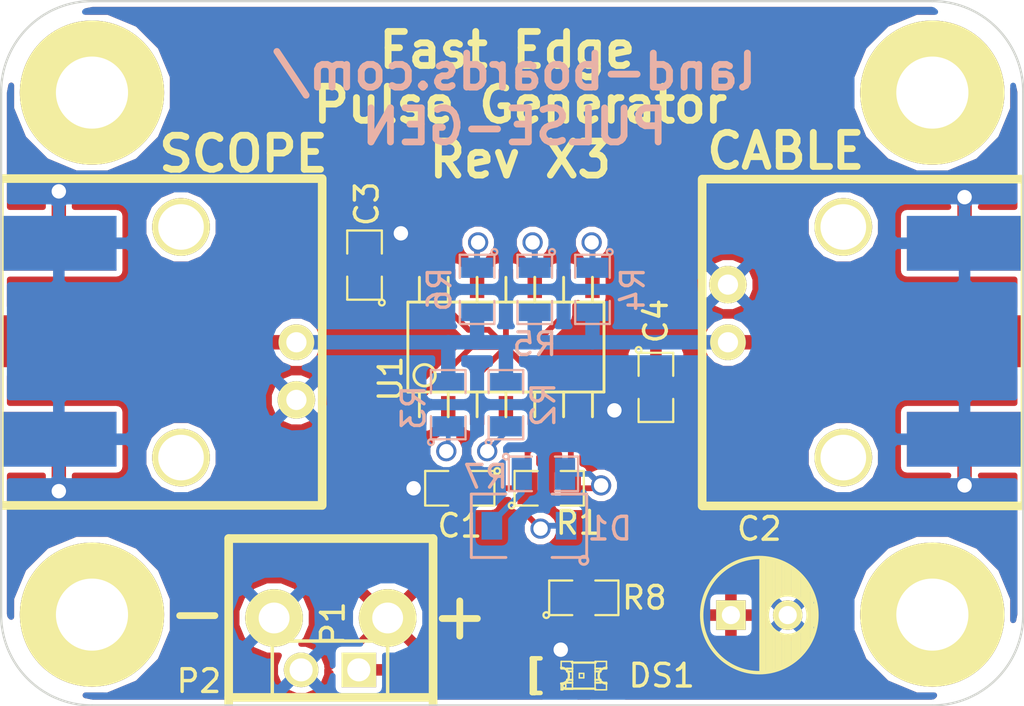
<source format=kicad_pcb>
(kicad_pcb (version 4) (host pcbnew 4.0.1-stable)

  (general
    (links 48)
    (no_connects 0)
    (area -5.115571 -11.349999 70.5 32.2326)
    (thickness 1.6)
    (drawings 27)
    (tracks 101)
    (zones 0)
    (modules 25)
    (nets 13)
  )

  (page A3)
  (layers
    (0 F.Cu signal hide)
    (31 B.Cu signal)
    (36 B.SilkS user)
    (37 F.SilkS user hide)
    (38 B.Mask user)
    (39 F.Mask user)
    (40 Dwgs.User user hide)
    (44 Edge.Cuts user)
  )

  (setup
    (last_trace_width 0.254)
    (user_trace_width 0.2032)
    (user_trace_width 0.635)
    (trace_clearance 0.254)
    (zone_clearance 0.2032)
    (zone_45_only no)
    (trace_min 0.2032)
    (segment_width 0.2)
    (edge_width 0.1)
    (via_size 0.889)
    (via_drill 0.635)
    (via_min_size 0.889)
    (via_min_drill 0.508)
    (uvia_size 0.508)
    (uvia_drill 0.127)
    (uvias_allowed no)
    (uvia_min_size 0.508)
    (uvia_min_drill 0.127)
    (pcb_text_width 0.3)
    (pcb_text_size 1.5 1.5)
    (mod_edge_width 0.15)
    (mod_text_size 1 1)
    (mod_text_width 0.15)
    (pad_size 1.5 1.5)
    (pad_drill 0.6)
    (pad_to_mask_clearance 0)
    (aux_axis_origin 0 0)
    (visible_elements 7FFFFD5F)
    (pcbplotparams
      (layerselection 0x010f0_80000001)
      (usegerberextensions true)
      (excludeedgelayer true)
      (linewidth 0.150000)
      (plotframeref false)
      (viasonmask false)
      (mode 1)
      (useauxorigin false)
      (hpglpennumber 1)
      (hpglpenspeed 20)
      (hpglpendiameter 15)
      (hpglpenoverlay 2)
      (psnegative false)
      (psa4output false)
      (plotreference true)
      (plotvalue true)
      (plotinvisibletext false)
      (padsonsilk false)
      (subtractmaskfromsilk false)
      (outputformat 1)
      (mirror false)
      (drillshape 0)
      (scaleselection 1)
      (outputdirectory plots/))
  )

  (net 0 "")
  (net 1 GND)
  (net 2 N-0000010)
  (net 3 N-0000011)
  (net 4 N-0000012)
  (net 5 N-0000013)
  (net 6 N-0000014)
  (net 7 N-0000015)
  (net 8 N-0000016)
  (net 9 N-000006)
  (net 10 N-000008)
  (net 11 N-000009)
  (net 12 VCC)

  (net_class Default "This is the default net class."
    (clearance 0.254)
    (trace_width 0.254)
    (via_dia 0.889)
    (via_drill 0.635)
    (uvia_dia 0.508)
    (uvia_drill 0.127)
    (add_net GND)
    (add_net N-0000010)
    (add_net N-0000011)
    (add_net N-0000012)
    (add_net N-0000013)
    (add_net N-0000014)
    (add_net N-0000015)
    (add_net N-0000016)
    (add_net N-000006)
    (add_net N-000008)
    (add_net N-000009)
    (add_net VCC)
  )

  (module SM0805 (layer B.Cu) (tedit 56C23495) (tstamp 519A5118)
    (at 22.225 17.78 90)
    (path /519A4DEE)
    (attr smd)
    (fp_text reference R2 (at 0 1.651 90) (layer B.SilkS)
      (effects (font (size 1 1) (thickness 0.15)) (justify mirror))
    )
    (fp_text value 240 (at 0 -0.381 90) (layer B.SilkS) hide
      (effects (font (size 0.50038 0.50038) (thickness 0.10922)) (justify mirror))
    )
    (fp_circle (center -1.651 -0.762) (end -1.651 -0.635) (layer B.SilkS) (width 0.09906))
    (fp_line (start -0.508 -0.762) (end -1.524 -0.762) (layer B.SilkS) (width 0.09906))
    (fp_line (start -1.524 -0.762) (end -1.524 0.762) (layer B.SilkS) (width 0.09906))
    (fp_line (start -1.524 0.762) (end -0.508 0.762) (layer B.SilkS) (width 0.09906))
    (fp_line (start 0.508 0.762) (end 1.524 0.762) (layer B.SilkS) (width 0.09906))
    (fp_line (start 1.524 0.762) (end 1.524 -0.762) (layer B.SilkS) (width 0.09906))
    (fp_line (start 1.524 -0.762) (end 0.508 -0.762) (layer B.SilkS) (width 0.09906))
    (pad 1 smd rect (at -0.9525 0 90) (size 0.889 1.397) (layers B.Cu B.Mask)
      (net 2 N-0000010))
    (pad 2 smd rect (at 0.9525 0 90) (size 0.889 1.397) (layers B.Cu B.Mask)
      (net 5 N-0000013))
    (model smd/chip_cms.wrl
      (at (xyz 0 0 0))
      (scale (xyz 0.1 0.1 0.1))
      (rotate (xyz 0 0 0))
    )
  )

  (module SM0805 (layer F.Cu) (tedit 56C22DFD) (tstamp 519A5125)
    (at 24.13 21.463)
    (path /519A4DFD)
    (attr smd)
    (fp_text reference R1 (at 1.27 1.524) (layer F.SilkS)
      (effects (font (size 1 1) (thickness 0.15)))
    )
    (fp_text value 33K (at 0.328 1.972) (layer F.SilkS) hide
      (effects (font (size 0.50038 0.50038) (thickness 0.10922)))
    )
    (fp_circle (center -1.651 0.762) (end -1.651 0.635) (layer F.SilkS) (width 0.09906))
    (fp_line (start -0.508 0.762) (end -1.524 0.762) (layer F.SilkS) (width 0.09906))
    (fp_line (start -1.524 0.762) (end -1.524 -0.762) (layer F.SilkS) (width 0.09906))
    (fp_line (start -1.524 -0.762) (end -0.508 -0.762) (layer F.SilkS) (width 0.09906))
    (fp_line (start 0.508 -0.762) (end 1.524 -0.762) (layer F.SilkS) (width 0.09906))
    (fp_line (start 1.524 -0.762) (end 1.524 0.762) (layer F.SilkS) (width 0.09906))
    (fp_line (start 1.524 0.762) (end 0.508 0.762) (layer F.SilkS) (width 0.09906))
    (pad 1 smd rect (at -0.9525 0) (size 0.889 1.397) (layers F.Cu F.Mask)
      (net 11 N-000009))
    (pad 2 smd rect (at 0.9525 0) (size 0.889 1.397) (layers F.Cu F.Mask)
      (net 4 N-0000012))
    (model smd/chip_cms.wrl
      (at (xyz 0 0 0))
      (scale (xyz 0.1 0.1 0.1))
      (rotate (xyz 0 0 0))
    )
  )

  (module SM0805 (layer F.Cu) (tedit 56C22D5D) (tstamp 519A5132)
    (at 20.193 21.463 180)
    (path /519A4E0C)
    (attr smd)
    (fp_text reference C1 (at 0 -1.651 180) (layer F.SilkS)
      (effects (font (size 1 1) (thickness 0.15)))
    )
    (fp_text value 47nF (at -0.392 -1.972 180) (layer F.SilkS) hide
      (effects (font (size 0.50038 0.50038) (thickness 0.10922)))
    )
    (fp_circle (center -1.651 0.762) (end -1.651 0.635) (layer F.SilkS) (width 0.09906))
    (fp_line (start -0.508 0.762) (end -1.524 0.762) (layer F.SilkS) (width 0.09906))
    (fp_line (start -1.524 0.762) (end -1.524 -0.762) (layer F.SilkS) (width 0.09906))
    (fp_line (start -1.524 -0.762) (end -0.508 -0.762) (layer F.SilkS) (width 0.09906))
    (fp_line (start 0.508 -0.762) (end 1.524 -0.762) (layer F.SilkS) (width 0.09906))
    (fp_line (start 1.524 -0.762) (end 1.524 0.762) (layer F.SilkS) (width 0.09906))
    (fp_line (start 1.524 0.762) (end 0.508 0.762) (layer F.SilkS) (width 0.09906))
    (pad 1 smd rect (at -0.9525 0 180) (size 0.889 1.397) (layers F.Cu F.Mask)
      (net 11 N-000009))
    (pad 2 smd rect (at 0.9525 0 180) (size 0.889 1.397) (layers F.Cu F.Mask)
      (net 1 GND))
    (model smd/chip_cms.wrl
      (at (xyz 0 0 0))
      (scale (xyz 0.1 0.1 0.1))
      (rotate (xyz 0 0 0))
    )
  )

  (module SM0805 (layer B.Cu) (tedit 545668A7) (tstamp 519A8A9A)
    (at 19.685 17.78 90)
    (path /519A4ED4)
    (attr smd)
    (fp_text reference R3 (at -0.127 -1.524 90) (layer B.SilkS)
      (effects (font (size 1 1) (thickness 0.15)) (justify mirror))
    )
    (fp_text value 240 (at 0 -0.381 90) (layer B.SilkS) hide
      (effects (font (size 0.50038 0.50038) (thickness 0.10922)) (justify mirror))
    )
    (fp_circle (center -1.651 -0.762) (end -1.651 -0.635) (layer B.SilkS) (width 0.09906))
    (fp_line (start -0.508 -0.762) (end -1.524 -0.762) (layer B.SilkS) (width 0.09906))
    (fp_line (start -1.524 -0.762) (end -1.524 0.762) (layer B.SilkS) (width 0.09906))
    (fp_line (start -1.524 0.762) (end -0.508 0.762) (layer B.SilkS) (width 0.09906))
    (fp_line (start 0.508 0.762) (end 1.524 0.762) (layer B.SilkS) (width 0.09906))
    (fp_line (start 1.524 0.762) (end 1.524 -0.762) (layer B.SilkS) (width 0.09906))
    (fp_line (start 1.524 -0.762) (end 0.508 -0.762) (layer B.SilkS) (width 0.09906))
    (pad 1 smd rect (at -0.9525 0 90) (size 0.889 1.397) (layers B.Cu B.Mask)
      (net 3 N-0000011))
    (pad 2 smd rect (at 0.9525 0 90) (size 0.889 1.397) (layers B.Cu B.Mask)
      (net 5 N-0000013))
    (model smd/chip_cms.wrl
      (at (xyz 0 0 0))
      (scale (xyz 0.1 0.1 0.1))
      (rotate (xyz 0 0 0))
    )
  )

  (module SM0805 (layer B.Cu) (tedit 545668DE) (tstamp 519A514C)
    (at 26.035 12.7 270)
    (path /519A4EE6)
    (attr smd)
    (fp_text reference R4 (at 0 -1.778 270) (layer B.SilkS)
      (effects (font (size 1 1) (thickness 0.15)) (justify mirror))
    )
    (fp_text value 240 (at 0 -0.381 270) (layer B.SilkS) hide
      (effects (font (size 0.50038 0.50038) (thickness 0.10922)) (justify mirror))
    )
    (fp_circle (center -1.651 -0.762) (end -1.651 -0.635) (layer B.SilkS) (width 0.09906))
    (fp_line (start -0.508 -0.762) (end -1.524 -0.762) (layer B.SilkS) (width 0.09906))
    (fp_line (start -1.524 -0.762) (end -1.524 0.762) (layer B.SilkS) (width 0.09906))
    (fp_line (start -1.524 0.762) (end -0.508 0.762) (layer B.SilkS) (width 0.09906))
    (fp_line (start 0.508 0.762) (end 1.524 0.762) (layer B.SilkS) (width 0.09906))
    (fp_line (start 1.524 0.762) (end 1.524 -0.762) (layer B.SilkS) (width 0.09906))
    (fp_line (start 1.524 -0.762) (end 0.508 -0.762) (layer B.SilkS) (width 0.09906))
    (pad 1 smd rect (at -0.9525 0 270) (size 0.889 1.397) (layers B.Cu B.Mask)
      (net 6 N-0000014))
    (pad 2 smd rect (at 0.9525 0 270) (size 0.889 1.397) (layers B.Cu B.Mask)
      (net 5 N-0000013))
    (model smd/chip_cms.wrl
      (at (xyz 0 0 0))
      (scale (xyz 0.1 0.1 0.1))
      (rotate (xyz 0 0 0))
    )
  )

  (module SM0805 (layer B.Cu) (tedit 545668F6) (tstamp 519A5159)
    (at 23.495 12.7 270)
    (path /519A4F10)
    (attr smd)
    (fp_text reference R5 (at 2.413 0 360) (layer B.SilkS)
      (effects (font (size 1 1) (thickness 0.15)) (justify mirror))
    )
    (fp_text value 240 (at 0 -0.381 270) (layer B.SilkS) hide
      (effects (font (size 0.50038 0.50038) (thickness 0.10922)) (justify mirror))
    )
    (fp_circle (center -1.651 -0.762) (end -1.651 -0.635) (layer B.SilkS) (width 0.09906))
    (fp_line (start -0.508 -0.762) (end -1.524 -0.762) (layer B.SilkS) (width 0.09906))
    (fp_line (start -1.524 -0.762) (end -1.524 0.762) (layer B.SilkS) (width 0.09906))
    (fp_line (start -1.524 0.762) (end -0.508 0.762) (layer B.SilkS) (width 0.09906))
    (fp_line (start 0.508 0.762) (end 1.524 0.762) (layer B.SilkS) (width 0.09906))
    (fp_line (start 1.524 0.762) (end 1.524 -0.762) (layer B.SilkS) (width 0.09906))
    (fp_line (start 1.524 -0.762) (end 0.508 -0.762) (layer B.SilkS) (width 0.09906))
    (pad 1 smd rect (at -0.9525 0 270) (size 0.889 1.397) (layers B.Cu B.Mask)
      (net 7 N-0000015))
    (pad 2 smd rect (at 0.9525 0 270) (size 0.889 1.397) (layers B.Cu B.Mask)
      (net 5 N-0000013))
    (model smd/chip_cms.wrl
      (at (xyz 0 0 0))
      (scale (xyz 0.1 0.1 0.1))
      (rotate (xyz 0 0 0))
    )
  )

  (module SM0805 (layer B.Cu) (tedit 545668D5) (tstamp 519A5166)
    (at 20.955 12.7 270)
    (path /519A4F1D)
    (attr smd)
    (fp_text reference R6 (at 0 1.651 270) (layer B.SilkS)
      (effects (font (size 1 1) (thickness 0.15)) (justify mirror))
    )
    (fp_text value 240 (at 0 -0.381 270) (layer B.SilkS) hide
      (effects (font (size 0.50038 0.50038) (thickness 0.10922)) (justify mirror))
    )
    (fp_circle (center -1.651 -0.762) (end -1.651 -0.635) (layer B.SilkS) (width 0.09906))
    (fp_line (start -0.508 -0.762) (end -1.524 -0.762) (layer B.SilkS) (width 0.09906))
    (fp_line (start -1.524 -0.762) (end -1.524 0.762) (layer B.SilkS) (width 0.09906))
    (fp_line (start -1.524 0.762) (end -0.508 0.762) (layer B.SilkS) (width 0.09906))
    (fp_line (start 0.508 0.762) (end 1.524 0.762) (layer B.SilkS) (width 0.09906))
    (fp_line (start 1.524 0.762) (end 1.524 -0.762) (layer B.SilkS) (width 0.09906))
    (fp_line (start 1.524 -0.762) (end 0.508 -0.762) (layer B.SilkS) (width 0.09906))
    (pad 1 smd rect (at -0.9525 0 270) (size 0.889 1.397) (layers B.Cu B.Mask)
      (net 8 N-0000016))
    (pad 2 smd rect (at 0.9525 0 270) (size 0.889 1.397) (layers B.Cu B.Mask)
      (net 5 N-0000013))
    (model smd/chip_cms.wrl
      (at (xyz 0 0 0))
      (scale (xyz 0.1 0.1 0.1))
      (rotate (xyz 0 0 0))
    )
  )

  (module SM0805 (layer F.Cu) (tedit 519B614E) (tstamp 519A5173)
    (at 16 11.63 90)
    (path /519A510E)
    (attr smd)
    (fp_text reference C3 (at 2.7 0.098 90) (layer F.SilkS)
      (effects (font (size 1 1) (thickness 0.15)))
    )
    (fp_text value 0.1uF (at 0.25 1.75 90) (layer F.SilkS) hide
      (effects (font (size 0.50038 0.50038) (thickness 0.10922)))
    )
    (fp_circle (center -1.651 0.762) (end -1.651 0.635) (layer F.SilkS) (width 0.09906))
    (fp_line (start -0.508 0.762) (end -1.524 0.762) (layer F.SilkS) (width 0.09906))
    (fp_line (start -1.524 0.762) (end -1.524 -0.762) (layer F.SilkS) (width 0.09906))
    (fp_line (start -1.524 -0.762) (end -0.508 -0.762) (layer F.SilkS) (width 0.09906))
    (fp_line (start 0.508 -0.762) (end 1.524 -0.762) (layer F.SilkS) (width 0.09906))
    (fp_line (start 1.524 -0.762) (end 1.524 0.762) (layer F.SilkS) (width 0.09906))
    (fp_line (start 1.524 0.762) (end 0.508 0.762) (layer F.SilkS) (width 0.09906))
    (pad 1 smd rect (at -0.9525 0 90) (size 0.889 1.397) (layers F.Cu F.Mask)
      (net 12 VCC))
    (pad 2 smd rect (at 0.9525 0 90) (size 0.889 1.397) (layers F.Cu F.Mask)
      (net 1 GND))
    (model smd/chip_cms.wrl
      (at (xyz 0 0 0))
      (scale (xyz 0.1 0.1 0.1))
      (rotate (xyz 0 0 0))
    )
  )

  (module TB2-5MM (layer F.Cu) (tedit 519BB487) (tstamp 519A5186)
    (at 17.018 27.178 180)
    (path /519A51D3)
    (fp_text reference P2 (at 8.31 -2.78 180) (layer F.SilkS)
      (effects (font (size 1 1) (thickness 0.15)))
    )
    (fp_text value CONN_2 (at 2 5 180) (layer F.SilkS) hide
      (effects (font (thickness 0.3048)))
    )
    (fp_line (start -2 -4.5) (end -2 3.5) (layer F.SilkS) (width 0.381))
    (fp_line (start 7 -4.5) (end 7 3.5) (layer F.SilkS) (width 0.381))
    (fp_line (start -2 3.5) (end 7 3.5) (layer F.SilkS) (width 0.381))
    (fp_line (start -2 -3.5) (end 7 -3.5) (layer F.SilkS) (width 0.381))
    (fp_line (start -2 -4.5) (end 7 -4.5) (layer F.SilkS) (width 0.381))
    (pad 1 thru_hole circle (at 0 0 180) (size 2.54 2.54) (drill 1.3589) (layers *.Cu *.Mask F.SilkS)
      (net 12 VCC))
    (pad 2 thru_hole circle (at 5 0 180) (size 2.54 2.54) (drill 1.3589) (layers *.Cu *.Mask F.SilkS)
      (net 1 GND))
  )

  (module so-14 (layer F.Cu) (tedit 56C22E0A) (tstamp 519A5555)
    (at 22.225 15.24)
    (descr SO-14)
    (path /519A4DC8)
    (attr smd)
    (fp_text reference U1 (at -5.08 1.397 90) (layer F.SilkS)
      (effects (font (size 1 1) (thickness 0.15)))
    )
    (fp_text value 74AC14 (at 0 1.016) (layer F.SilkS) hide
      (effects (font (size 0.7493 0.7493) (thickness 0.14986)))
    )
    (fp_line (start -4.318 -1.9812) (end -4.318 1.9812) (layer F.SilkS) (width 0.127))
    (fp_line (start -4.318 1.9812) (end 4.318 1.9812) (layer F.SilkS) (width 0.127))
    (fp_line (start 4.318 1.9812) (end 4.318 -1.9812) (layer F.SilkS) (width 0.127))
    (fp_line (start 4.318 -1.9812) (end -4.318 -1.9812) (layer F.SilkS) (width 0.127))
    (fp_line (start -2.54 -1.9812) (end -2.54 -3.0734) (layer F.SilkS) (width 0.127))
    (fp_line (start -1.27 -1.9812) (end -1.27 -3.0734) (layer F.SilkS) (width 0.127))
    (fp_line (start 0 -1.9812) (end 0 -3.0734) (layer F.SilkS) (width 0.127))
    (fp_line (start -3.81 -1.9812) (end -3.81 -3.0734) (layer F.SilkS) (width 0.127))
    (fp_line (start 1.27 -3.0734) (end 1.27 -1.9812) (layer F.SilkS) (width 0.127))
    (fp_line (start 2.54 -3.0734) (end 2.54 -1.9812) (layer F.SilkS) (width 0.127))
    (fp_line (start 3.81 -3.0734) (end 3.81 -1.9812) (layer F.SilkS) (width 0.127))
    (fp_line (start 3.81 1.9812) (end 3.81 3.0734) (layer F.SilkS) (width 0.127))
    (fp_line (start 2.54 1.9812) (end 2.54 3.0734) (layer F.SilkS) (width 0.127))
    (fp_line (start -3.81 1.9812) (end -3.81 3.0734) (layer F.SilkS) (width 0.127))
    (fp_line (start -2.54 3.0734) (end -2.54 1.9812) (layer F.SilkS) (width 0.127))
    (fp_line (start 1.27 3.0734) (end 1.27 1.9812) (layer F.SilkS) (width 0.127))
    (fp_line (start 0 3.0734) (end 0 1.9812) (layer F.SilkS) (width 0.127))
    (fp_line (start -1.27 3.0734) (end -1.27 1.9812) (layer F.SilkS) (width 0.127))
    (fp_circle (center -3.5814 1.2446) (end -3.8608 1.6256) (layer F.SilkS) (width 0.127))
    (pad 1 smd rect (at -3.81 2.794) (size 0.635 1.27) (layers F.Cu F.Mask)
      (net 4 N-0000012))
    (pad 2 smd rect (at -2.54 2.794) (size 0.635 1.27) (layers F.Cu F.Mask)
      (net 3 N-0000011))
    (pad 3 smd rect (at -1.27 2.794) (size 0.635 1.27) (layers F.Cu F.Mask)
      (net 4 N-0000012))
    (pad 4 smd rect (at 0 2.794) (size 0.635 1.27) (layers F.Cu F.Mask)
      (net 2 N-0000010))
    (pad 5 smd rect (at 1.27 2.794) (size 0.635 1.27) (layers F.Cu F.Mask)
      (net 11 N-000009))
    (pad 6 smd rect (at 2.54 2.794) (size 0.635 1.27) (layers F.Cu F.Mask)
      (net 4 N-0000012))
    (pad 7 smd rect (at 3.81 2.794) (size 0.635 1.27) (layers F.Cu F.Mask)
      (net 1 GND))
    (pad 8 smd rect (at 3.81 -2.794) (size 0.635 1.27) (layers F.Cu F.Mask)
      (net 6 N-0000014))
    (pad 9 smd rect (at 2.54 -2.794) (size 0.635 1.27) (layers F.Cu F.Mask)
      (net 4 N-0000012))
    (pad 10 smd rect (at 1.27 -2.794) (size 0.635 1.27) (layers F.Cu F.Mask)
      (net 7 N-0000015))
    (pad 11 smd rect (at 0 -2.794) (size 0.635 1.27) (layers F.Cu F.Mask)
      (net 4 N-0000012))
    (pad 12 smd rect (at -1.27 -2.794) (size 0.635 1.27) (layers F.Cu F.Mask)
      (net 8 N-0000016))
    (pad 13 smd rect (at -2.54 -2.794) (size 0.635 1.27) (layers F.Cu F.Mask)
      (net 4 N-0000012))
    (pad 14 smd rect (at -3.81 -2.794) (size 0.635 1.27) (layers F.Cu F.Mask)
      (net 12 VCC))
    (model smd/smd_dil/so-14.wrl
      (at (xyz 0 0 0))
      (scale (xyz 1 1 1))
      (rotate (xyz 0 0 0))
    )
  )

  (module MTG-4-40 (layer F.Cu) (tedit 50F036E3) (tstamp 519A559B)
    (at 4 27.03)
    (path /519A590D)
    (fp_text reference MTG3 (at -6.858 -0.635) (layer F.SilkS) hide
      (effects (font (size 1 1) (thickness 0.15)))
    )
    (fp_text value CONN_1 (at 0 -5.08) (layer F.SilkS) hide
      (effects (font (thickness 0.3048)))
    )
    (pad 1 thru_hole circle (at 0 0) (size 6.35 6.35) (drill 3.175) (layers *.Cu *.Mask F.SilkS))
  )

  (module MTG-4-40 (layer F.Cu) (tedit 50F036E3) (tstamp 519A55A0)
    (at 41 4.03)
    (path /519A5913)
    (fp_text reference MTG2 (at -6.858 -0.635) (layer F.SilkS) hide
      (effects (font (size 1 1) (thickness 0.15)))
    )
    (fp_text value CONN_1 (at 0 -5.08) (layer F.SilkS) hide
      (effects (font (thickness 0.3048)))
    )
    (pad 1 thru_hole circle (at 0 0) (size 6.35 6.35) (drill 3.175) (layers *.Cu *.Mask F.SilkS))
  )

  (module MTG-4-40 (layer F.Cu) (tedit 50F036E3) (tstamp 519A55A5)
    (at 4 4.03)
    (path /519A5919)
    (fp_text reference MTG1 (at -6.858 -0.635) (layer F.SilkS) hide
      (effects (font (size 1 1) (thickness 0.15)))
    )
    (fp_text value CONN_1 (at 0 -5.08) (layer F.SilkS) hide
      (effects (font (thickness 0.3048)))
    )
    (pad 1 thru_hole circle (at 0 0) (size 6.35 6.35) (drill 3.175) (layers *.Cu *.Mask F.SilkS))
  )

  (module SMA_EDGE (layer F.Cu) (tedit 56C2333E) (tstamp 519A5FF7)
    (at 2.54 14.986)
    (path /519A5DA2)
    (fp_text reference PA1 (at 3.858 0.21 90) (layer F.SilkS) hide
      (effects (font (size 1 1) (thickness 0.15)))
    )
    (fp_text value SMA (at 4.826 0.254 90) (layer F.SilkS) hide
      (effects (font (thickness 0.3048)))
    )
    (pad 1 smd rect (at 0 0) (size 5.08 2.286) (layers F.Cu F.Mask)
      (net 5 N-0000013))
    (pad 2 smd rect (at 0 -4.318) (size 5.08 2.413) (layers F.Cu F.Mask)
      (net 1 GND))
    (pad 2 smd rect (at 0 4.318) (size 5.08 2.413) (layers F.Cu F.Mask)
      (net 1 GND))
    (pad 2 smd rect (at 0 -4.318) (size 5.08 2.413) (layers B.Cu B.Mask)
      (net 1 GND))
    (pad 2 smd rect (at 0 4.318) (size 5.08 2.413) (layers B.Cu B.Mask)
      (net 1 GND))
  )

  (module BNC-RT (layer F.Cu) (tedit 56C2298C) (tstamp 519A6003)
    (at 13 15.03 90)
    (path /519A5027)
    (fp_text reference PB1 (at -1.226 2.113 90) (layer F.SilkS) hide
      (effects (font (size 1 1) (thickness 0.15)))
    )
    (fp_text value BNC (at -0.14986 6.2992 90) (layer F.SilkS) hide
      (effects (font (thickness 0.3048)))
    )
    (fp_line (start -7.1882 1.1176) (end -7.1882 -13.08354) (layer F.SilkS) (width 0.381))
    (fp_line (start -7.19328 -13.07846) (end 7.20598 -13.07846) (layer F.SilkS) (width 0.381))
    (fp_line (start 7.21106 -13.08354) (end 7.21106 1.1176) (layer F.SilkS) (width 0.381))
    (fp_line (start -7.1882 1.13538) (end 7.21106 1.13538) (layer F.SilkS) (width 0.381))
    (pad 1 thru_hole circle (at 0 0 90) (size 1.5748 1.5748) (drill 0.889) (layers *.Cu *.Mask F.SilkS)
      (net 5 N-0000013))
    (pad 2 thru_hole circle (at -2.54 0 90) (size 1.651 1.651) (drill 0.889) (layers *.Cu *.Mask F.SilkS)
      (net 1 GND))
    (pad "" thru_hole circle (at -5.08 -5.08 90) (size 2.54 2.54) (drill 2.00914) (layers *.Cu *.Mask F.SilkS))
    (pad "" thru_hole circle (at 5.08 -5.08 90) (size 2.54 2.54) (drill 2.00914) (layers *.Cu *.Mask F.SilkS))
    (model ../KiCAD/modules/packages3d/BNC-RT.wrl
      (at (xyz 0 0 0))
      (scale (xyz 1 1 1))
      (rotate (xyz 0 0 0))
    )
  )

  (module SMA_EDGE (layer F.Cu) (tedit 56C23346) (tstamp 519B5821)
    (at 42.418 14.986)
    (path /519B595A)
    (fp_text reference PA2 (at -4.318 0 90) (layer F.SilkS) hide
      (effects (font (size 1 1) (thickness 0.15)))
    )
    (fp_text value SMA (at 4.826 0.254 90) (layer F.SilkS) hide
      (effects (font (thickness 0.3048)))
    )
    (pad 1 smd rect (at 0 0) (size 5.08 2.286) (layers F.Cu F.Mask)
      (net 5 N-0000013))
    (pad 2 smd rect (at 0 -4.318) (size 5.08 2.413) (layers F.Cu F.Mask)
      (net 1 GND))
    (pad 2 smd rect (at 0 4.318) (size 5.08 2.413) (layers F.Cu F.Mask)
      (net 1 GND))
    (pad 2 smd rect (at 0 -4.318) (size 5.08 2.413) (layers B.Cu B.Mask)
      (net 1 GND))
    (pad 2 smd rect (at 0 4.318) (size 5.08 2.413) (layers B.Cu B.Mask)
      (net 1 GND))
  )

  (module MTG-4-40 (layer F.Cu) (tedit 50F036E3) (tstamp 519B5826)
    (at 41 27.03)
    (path /519B588C)
    (fp_text reference MTG4 (at -6.858 -0.635) (layer F.SilkS) hide
      (effects (font (size 1 1) (thickness 0.15)))
    )
    (fp_text value CONN_1 (at 0 -5.08) (layer F.SilkS) hide
      (effects (font (thickness 0.3048)))
    )
    (pad 1 thru_hole circle (at 0 0) (size 6.35 6.35) (drill 3.175) (layers *.Cu *.Mask F.SilkS))
  )

  (module BNC-RT (layer F.Cu) (tedit 56C22994) (tstamp 519B5832)
    (at 32 15.03 270)
    (path /519B5954)
    (fp_text reference PB2 (at -0.044 2.028 270) (layer F.SilkS) hide
      (effects (font (size 1 1) (thickness 0.15)))
    )
    (fp_text value BNC (at -0.14986 6.2992 270) (layer F.SilkS) hide
      (effects (font (thickness 0.3048)))
    )
    (fp_line (start -7.1882 1.1176) (end -7.1882 -13.08354) (layer F.SilkS) (width 0.381))
    (fp_line (start -7.19328 -13.07846) (end 7.20598 -13.07846) (layer F.SilkS) (width 0.381))
    (fp_line (start 7.21106 -13.08354) (end 7.21106 1.1176) (layer F.SilkS) (width 0.381))
    (fp_line (start -7.1882 1.13538) (end 7.21106 1.13538) (layer F.SilkS) (width 0.381))
    (pad 1 thru_hole circle (at 0 0 270) (size 1.5748 1.5748) (drill 0.889) (layers *.Cu *.Mask F.SilkS)
      (net 5 N-0000013))
    (pad 2 thru_hole circle (at -2.54 0 270) (size 1.651 1.651) (drill 0.889) (layers *.Cu *.Mask F.SilkS)
      (net 1 GND))
    (pad "" thru_hole circle (at -5.08 -5.08 270) (size 2.54 2.54) (drill 2.00914) (layers *.Cu *.Mask F.SilkS))
    (pad "" thru_hole circle (at 5.08 -5.08 270) (size 2.54 2.54) (drill 2.00914) (layers *.Cu *.Mask F.SilkS))
    (model ../KiCAD/modules/packages3d/BNC-RT.wrl
      (at (xyz 0 0 0))
      (scale (xyz 1 1 1))
      (rotate (xyz 0 0 0))
    )
  )

  (module SM0805 (layer F.Cu) (tedit 56C23294) (tstamp 519BAB3F)
    (at 28.829 17.018 270)
    (path /519B6558)
    (attr smd)
    (fp_text reference C4 (at -2.921 0 270) (layer F.SilkS)
      (effects (font (size 1 1) (thickness 0.15)))
    )
    (fp_text value 0.1uF (at 0 1.27 270) (layer F.SilkS) hide
      (effects (font (size 0.50038 0.50038) (thickness 0.10922)))
    )
    (fp_circle (center -1.651 0.762) (end -1.651 0.635) (layer F.SilkS) (width 0.09906))
    (fp_line (start -0.508 0.762) (end -1.524 0.762) (layer F.SilkS) (width 0.09906))
    (fp_line (start -1.524 0.762) (end -1.524 -0.762) (layer F.SilkS) (width 0.09906))
    (fp_line (start -1.524 -0.762) (end -0.508 -0.762) (layer F.SilkS) (width 0.09906))
    (fp_line (start 0.508 -0.762) (end 1.524 -0.762) (layer F.SilkS) (width 0.09906))
    (fp_line (start 1.524 -0.762) (end 1.524 0.762) (layer F.SilkS) (width 0.09906))
    (fp_line (start 1.524 0.762) (end 0.508 0.762) (layer F.SilkS) (width 0.09906))
    (pad 1 smd rect (at -0.9525 0 270) (size 0.889 1.397) (layers F.Cu F.Mask)
      (net 12 VCC))
    (pad 2 smd rect (at 0.9525 0 270) (size 0.889 1.397) (layers F.Cu F.Mask)
      (net 1 GND))
    (model smd/chip_cms.wrl
      (at (xyz 0 0 0))
      (scale (xyz 0.1 0.1 0.1))
      (rotate (xyz 0 0 0))
    )
  )

  (module SOD-123 (layer B.Cu) (tedit 56C2348C) (tstamp 519BF673)
    (at 23.241 23.114 180)
    (tags "CMS SM")
    (path /519BB09A)
    (attr smd)
    (fp_text reference D1 (at -3.556 -0.127 180) (layer B.SilkS)
      (effects (font (size 1 1) (thickness 0.15)) (justify mirror))
    )
    (fp_text value 1N4148 (at 0.127 -2.159 180) (layer B.SilkS) hide
      (effects (font (size 0.762 0.762) (thickness 0.127)) (justify mirror))
    )
    (fp_circle (center -2.413 -1.524) (end -2.286 -1.397) (layer B.SilkS) (width 0.127))
    (fp_line (start -1.016 1.397) (end -2.54 1.397) (layer B.SilkS) (width 0.127))
    (fp_line (start -2.54 1.397) (end -2.54 -1.397) (layer B.SilkS) (width 0.127))
    (fp_line (start -2.54 -1.397) (end -1.016 -1.397) (layer B.SilkS) (width 0.127))
    (fp_line (start 1.016 -1.397) (end 2.54 -1.397) (layer B.SilkS) (width 0.127))
    (fp_line (start 2.54 -1.397) (end 2.54 1.397) (layer B.SilkS) (width 0.127))
    (fp_line (start 2.54 1.397) (end 1.016 1.397) (layer B.SilkS) (width 0.127))
    (pad 1 smd rect (at -1.63576 0 180) (size 0.90932 1.2192) (layers B.Cu B.Mask)
      (net 11 N-000009))
    (pad 2 smd rect (at 1.63576 0 180) (size 0.90932 1.2192) (layers B.Cu B.Mask)
      (net 10 N-000008))
    (model smd/chip_cms.wrl
      (at (xyz 0 0 0))
      (scale (xyz 0.17 0.2 0.17))
      (rotate (xyz 0 0 0))
    )
  )

  (module SM0805 (layer B.Cu) (tedit 56C23485) (tstamp 519BF680)
    (at 23.876 20.828)
    (path /519BB0A9)
    (attr smd)
    (fp_text reference R7 (at -2.54 0.127) (layer B.SilkS)
      (effects (font (size 1 1) (thickness 0.15)) (justify mirror))
    )
    (fp_text value 150 (at 0 -0.381) (layer B.SilkS) hide
      (effects (font (size 0.50038 0.50038) (thickness 0.10922)) (justify mirror))
    )
    (fp_circle (center -1.651 -0.762) (end -1.651 -0.635) (layer B.SilkS) (width 0.09906))
    (fp_line (start -0.508 -0.762) (end -1.524 -0.762) (layer B.SilkS) (width 0.09906))
    (fp_line (start -1.524 -0.762) (end -1.524 0.762) (layer B.SilkS) (width 0.09906))
    (fp_line (start -1.524 0.762) (end -0.508 0.762) (layer B.SilkS) (width 0.09906))
    (fp_line (start 0.508 0.762) (end 1.524 0.762) (layer B.SilkS) (width 0.09906))
    (fp_line (start 1.524 0.762) (end 1.524 -0.762) (layer B.SilkS) (width 0.09906))
    (fp_line (start 1.524 -0.762) (end 0.508 -0.762) (layer B.SilkS) (width 0.09906))
    (pad 1 smd rect (at -0.9525 0) (size 0.889 1.397) (layers B.Cu B.Mask)
      (net 10 N-000008))
    (pad 2 smd rect (at 0.9525 0) (size 0.889 1.397) (layers B.Cu B.Mask)
      (net 4 N-0000012))
    (model smd/chip_cms.wrl
      (at (xyz 0 0 0))
      (scale (xyz 0.1 0.1 0.1))
      (rotate (xyz 0 0 0))
    )
  )

  (module SM0805 (layer F.Cu) (tedit 56C22901) (tstamp 519CD622)
    (at 25.654 26.289)
    (path /519CD5E7)
    (attr smd)
    (fp_text reference R8 (at 2.667 0) (layer F.SilkS)
      (effects (font (size 1 1) (thickness 0.15)))
    )
    (fp_text value 240 (at 0 0.381) (layer F.SilkS) hide
      (effects (font (size 0.50038 0.50038) (thickness 0.10922)))
    )
    (fp_circle (center -1.651 0.762) (end -1.651 0.635) (layer F.SilkS) (width 0.09906))
    (fp_line (start -0.508 0.762) (end -1.524 0.762) (layer F.SilkS) (width 0.09906))
    (fp_line (start -1.524 0.762) (end -1.524 -0.762) (layer F.SilkS) (width 0.09906))
    (fp_line (start -1.524 -0.762) (end -0.508 -0.762) (layer F.SilkS) (width 0.09906))
    (fp_line (start 0.508 -0.762) (end 1.524 -0.762) (layer F.SilkS) (width 0.09906))
    (fp_line (start 1.524 -0.762) (end 1.524 0.762) (layer F.SilkS) (width 0.09906))
    (fp_line (start 1.524 0.762) (end 0.508 0.762) (layer F.SilkS) (width 0.09906))
    (pad 1 smd rect (at -0.9525 0) (size 0.889 1.397) (layers F.Cu F.Mask)
      (net 12 VCC))
    (pad 2 smd rect (at 0.9525 0) (size 0.889 1.397) (layers F.Cu F.Mask)
      (net 9 N-000006))
    (model smd/chip_cms.wrl
      (at (xyz 0 0 0))
      (scale (xyz 0.1 0.1 0.1))
      (rotate (xyz 0 0 0))
    )
  )

  (module LED-0805 (layer F.Cu) (tedit 56C22907) (tstamp 519CE077)
    (at 25.654 29.718 180)
    (descr "LED 0805 smd package")
    (tags "LED 0805 SMD")
    (path /519CD6E4)
    (attr smd)
    (fp_text reference DS1 (at -3.429 0 180) (layer F.SilkS)
      (effects (font (size 1 1) (thickness 0.15)))
    )
    (fp_text value LED (at 0 1.27 180) (layer F.SilkS) hide
      (effects (font (size 0.762 0.762) (thickness 0.127)))
    )
    (fp_line (start 0.49784 0.29972) (end 0.49784 0.62484) (layer F.SilkS) (width 0.06604))
    (fp_line (start 0.49784 0.62484) (end 0.99822 0.62484) (layer F.SilkS) (width 0.06604))
    (fp_line (start 0.99822 0.29972) (end 0.99822 0.62484) (layer F.SilkS) (width 0.06604))
    (fp_line (start 0.49784 0.29972) (end 0.99822 0.29972) (layer F.SilkS) (width 0.06604))
    (fp_line (start 0.49784 -0.32258) (end 0.49784 -0.17272) (layer F.SilkS) (width 0.06604))
    (fp_line (start 0.49784 -0.17272) (end 0.7493 -0.17272) (layer F.SilkS) (width 0.06604))
    (fp_line (start 0.7493 -0.32258) (end 0.7493 -0.17272) (layer F.SilkS) (width 0.06604))
    (fp_line (start 0.49784 -0.32258) (end 0.7493 -0.32258) (layer F.SilkS) (width 0.06604))
    (fp_line (start 0.49784 0.17272) (end 0.49784 0.32258) (layer F.SilkS) (width 0.06604))
    (fp_line (start 0.49784 0.32258) (end 0.7493 0.32258) (layer F.SilkS) (width 0.06604))
    (fp_line (start 0.7493 0.17272) (end 0.7493 0.32258) (layer F.SilkS) (width 0.06604))
    (fp_line (start 0.49784 0.17272) (end 0.7493 0.17272) (layer F.SilkS) (width 0.06604))
    (fp_line (start 0.49784 -0.19812) (end 0.49784 0.19812) (layer F.SilkS) (width 0.06604))
    (fp_line (start 0.49784 0.19812) (end 0.6731 0.19812) (layer F.SilkS) (width 0.06604))
    (fp_line (start 0.6731 -0.19812) (end 0.6731 0.19812) (layer F.SilkS) (width 0.06604))
    (fp_line (start 0.49784 -0.19812) (end 0.6731 -0.19812) (layer F.SilkS) (width 0.06604))
    (fp_line (start -0.99822 0.29972) (end -0.99822 0.62484) (layer F.SilkS) (width 0.06604))
    (fp_line (start -0.99822 0.62484) (end -0.49784 0.62484) (layer F.SilkS) (width 0.06604))
    (fp_line (start -0.49784 0.29972) (end -0.49784 0.62484) (layer F.SilkS) (width 0.06604))
    (fp_line (start -0.99822 0.29972) (end -0.49784 0.29972) (layer F.SilkS) (width 0.06604))
    (fp_line (start -0.99822 -0.62484) (end -0.99822 -0.29972) (layer F.SilkS) (width 0.06604))
    (fp_line (start -0.99822 -0.29972) (end -0.49784 -0.29972) (layer F.SilkS) (width 0.06604))
    (fp_line (start -0.49784 -0.62484) (end -0.49784 -0.29972) (layer F.SilkS) (width 0.06604))
    (fp_line (start -0.99822 -0.62484) (end -0.49784 -0.62484) (layer F.SilkS) (width 0.06604))
    (fp_line (start -0.7493 0.17272) (end -0.7493 0.32258) (layer F.SilkS) (width 0.06604))
    (fp_line (start -0.7493 0.32258) (end -0.49784 0.32258) (layer F.SilkS) (width 0.06604))
    (fp_line (start -0.49784 0.17272) (end -0.49784 0.32258) (layer F.SilkS) (width 0.06604))
    (fp_line (start -0.7493 0.17272) (end -0.49784 0.17272) (layer F.SilkS) (width 0.06604))
    (fp_line (start -0.7493 -0.32258) (end -0.7493 -0.17272) (layer F.SilkS) (width 0.06604))
    (fp_line (start -0.7493 -0.17272) (end -0.49784 -0.17272) (layer F.SilkS) (width 0.06604))
    (fp_line (start -0.49784 -0.32258) (end -0.49784 -0.17272) (layer F.SilkS) (width 0.06604))
    (fp_line (start -0.7493 -0.32258) (end -0.49784 -0.32258) (layer F.SilkS) (width 0.06604))
    (fp_line (start -0.6731 -0.19812) (end -0.6731 0.19812) (layer F.SilkS) (width 0.06604))
    (fp_line (start -0.6731 0.19812) (end -0.49784 0.19812) (layer F.SilkS) (width 0.06604))
    (fp_line (start -0.49784 -0.19812) (end -0.49784 0.19812) (layer F.SilkS) (width 0.06604))
    (fp_line (start -0.6731 -0.19812) (end -0.49784 -0.19812) (layer F.SilkS) (width 0.06604))
    (fp_line (start 0 -0.09906) (end 0 0.09906) (layer F.SilkS) (width 0.06604))
    (fp_line (start 0 0.09906) (end 0.19812 0.09906) (layer F.SilkS) (width 0.06604))
    (fp_line (start 0.19812 -0.09906) (end 0.19812 0.09906) (layer F.SilkS) (width 0.06604))
    (fp_line (start 0 -0.09906) (end 0.19812 -0.09906) (layer F.SilkS) (width 0.06604))
    (fp_line (start 0.49784 -0.59944) (end 0.49784 -0.29972) (layer F.SilkS) (width 0.06604))
    (fp_line (start 0.49784 -0.29972) (end 0.79756 -0.29972) (layer F.SilkS) (width 0.06604))
    (fp_line (start 0.79756 -0.59944) (end 0.79756 -0.29972) (layer F.SilkS) (width 0.06604))
    (fp_line (start 0.49784 -0.59944) (end 0.79756 -0.59944) (layer F.SilkS) (width 0.06604))
    (fp_line (start 0.92456 -0.62484) (end 0.92456 -0.39878) (layer F.SilkS) (width 0.06604))
    (fp_line (start 0.92456 -0.39878) (end 0.99822 -0.39878) (layer F.SilkS) (width 0.06604))
    (fp_line (start 0.99822 -0.62484) (end 0.99822 -0.39878) (layer F.SilkS) (width 0.06604))
    (fp_line (start 0.92456 -0.62484) (end 0.99822 -0.62484) (layer F.SilkS) (width 0.06604))
    (fp_line (start 0.52324 0.57404) (end -0.52324 0.57404) (layer F.SilkS) (width 0.1016))
    (fp_line (start -0.49784 -0.57404) (end 0.92456 -0.57404) (layer F.SilkS) (width 0.1016))
    (fp_circle (center 0.84836 -0.44958) (end 0.89916 -0.50038) (layer F.SilkS) (width 0.0508))
    (fp_arc (start 0.99822 0) (end 0.99822 0.34798) (angle 180) (layer F.SilkS) (width 0.1016))
    (fp_arc (start -0.99822 0) (end -0.99822 -0.34798) (angle 180) (layer F.SilkS) (width 0.1016))
    (pad 1 smd rect (at -1.04902 0 180) (size 1.19888 1.19888) (layers F.Cu F.Mask)
      (net 9 N-000006))
    (pad 2 smd rect (at 1.04902 0 180) (size 1.19888 1.19888) (layers F.Cu F.Mask)
      (net 1 GND))
  )

  (module PIN_ARRAY_2X1 (layer F.Cu) (tedit 545668BA) (tstamp 519CED97)
    (at 14.478 29.464 180)
    (descr "Connecteurs 2 pins")
    (tags "CONN DEV")
    (path /519CDC62)
    (fp_text reference P1 (at -0.127 2.032 270) (layer F.SilkS)
      (effects (font (size 1 1) (thickness 0.15)))
    )
    (fp_text value CONN_2 (at 0 -1.905 180) (layer F.SilkS) hide
      (effects (font (size 0.762 0.762) (thickness 0.1524)))
    )
    (fp_line (start -2.54 1.27) (end -2.54 -1.27) (layer F.SilkS) (width 0.1524))
    (fp_line (start -2.54 -1.27) (end 2.54 -1.27) (layer F.SilkS) (width 0.1524))
    (fp_line (start 2.54 -1.27) (end 2.54 1.27) (layer F.SilkS) (width 0.1524))
    (fp_line (start 2.54 1.27) (end -2.54 1.27) (layer F.SilkS) (width 0.1524))
    (pad 1 thru_hole rect (at -1.27 0 180) (size 1.524 1.524) (drill 1.016) (layers *.Cu *.Mask F.SilkS)
      (net 12 VCC))
    (pad 2 thru_hole circle (at 1.27 0 180) (size 1.524 1.524) (drill 1.016) (layers *.Cu *.Mask F.SilkS)
      (net 1 GND))
    (model pin_array/pins_array_2x1.wrl
      (at (xyz 0 0 0))
      (scale (xyz 1 1 1))
      (rotate (xyz 0 0 0))
    )
  )

  (module Capacitors_ThroughHole:C_Radial_D5_L11_P2.5 (layer F.Cu) (tedit 56C22817) (tstamp 519A517B)
    (at 32.131 27.051)
    (descr "Radial Electrolytic Capacitor Diameter 5mm x Length 11mm, Pitch 2.5mm")
    (tags "Electrolytic Capacitor")
    (path /519A50E6)
    (fp_text reference C2 (at 1.25 -3.8) (layer F.SilkS)
      (effects (font (size 1 1) (thickness 0.15)))
    )
    (fp_text value 100uF (at 1.25 3.8) (layer F.Fab) hide
      (effects (font (size 1 1) (thickness 0.15)))
    )
    (fp_line (start 1.325 -2.499) (end 1.325 2.499) (layer F.SilkS) (width 0.15))
    (fp_line (start 1.465 -2.491) (end 1.465 2.491) (layer F.SilkS) (width 0.15))
    (fp_line (start 1.605 -2.475) (end 1.605 -0.095) (layer F.SilkS) (width 0.15))
    (fp_line (start 1.605 0.095) (end 1.605 2.475) (layer F.SilkS) (width 0.15))
    (fp_line (start 1.745 -2.451) (end 1.745 -0.49) (layer F.SilkS) (width 0.15))
    (fp_line (start 1.745 0.49) (end 1.745 2.451) (layer F.SilkS) (width 0.15))
    (fp_line (start 1.885 -2.418) (end 1.885 -0.657) (layer F.SilkS) (width 0.15))
    (fp_line (start 1.885 0.657) (end 1.885 2.418) (layer F.SilkS) (width 0.15))
    (fp_line (start 2.025 -2.377) (end 2.025 -0.764) (layer F.SilkS) (width 0.15))
    (fp_line (start 2.025 0.764) (end 2.025 2.377) (layer F.SilkS) (width 0.15))
    (fp_line (start 2.165 -2.327) (end 2.165 -0.835) (layer F.SilkS) (width 0.15))
    (fp_line (start 2.165 0.835) (end 2.165 2.327) (layer F.SilkS) (width 0.15))
    (fp_line (start 2.305 -2.266) (end 2.305 -0.879) (layer F.SilkS) (width 0.15))
    (fp_line (start 2.305 0.879) (end 2.305 2.266) (layer F.SilkS) (width 0.15))
    (fp_line (start 2.445 -2.196) (end 2.445 -0.898) (layer F.SilkS) (width 0.15))
    (fp_line (start 2.445 0.898) (end 2.445 2.196) (layer F.SilkS) (width 0.15))
    (fp_line (start 2.585 -2.114) (end 2.585 -0.896) (layer F.SilkS) (width 0.15))
    (fp_line (start 2.585 0.896) (end 2.585 2.114) (layer F.SilkS) (width 0.15))
    (fp_line (start 2.725 -2.019) (end 2.725 -0.871) (layer F.SilkS) (width 0.15))
    (fp_line (start 2.725 0.871) (end 2.725 2.019) (layer F.SilkS) (width 0.15))
    (fp_line (start 2.865 -1.908) (end 2.865 -0.823) (layer F.SilkS) (width 0.15))
    (fp_line (start 2.865 0.823) (end 2.865 1.908) (layer F.SilkS) (width 0.15))
    (fp_line (start 3.005 -1.78) (end 3.005 -0.745) (layer F.SilkS) (width 0.15))
    (fp_line (start 3.005 0.745) (end 3.005 1.78) (layer F.SilkS) (width 0.15))
    (fp_line (start 3.145 -1.631) (end 3.145 -0.628) (layer F.SilkS) (width 0.15))
    (fp_line (start 3.145 0.628) (end 3.145 1.631) (layer F.SilkS) (width 0.15))
    (fp_line (start 3.285 -1.452) (end 3.285 -0.44) (layer F.SilkS) (width 0.15))
    (fp_line (start 3.285 0.44) (end 3.285 1.452) (layer F.SilkS) (width 0.15))
    (fp_line (start 3.425 -1.233) (end 3.425 1.233) (layer F.SilkS) (width 0.15))
    (fp_line (start 3.565 -0.944) (end 3.565 0.944) (layer F.SilkS) (width 0.15))
    (fp_line (start 3.705 -0.472) (end 3.705 0.472) (layer F.SilkS) (width 0.15))
    (fp_circle (center 2.5 0) (end 2.5 -0.9) (layer F.SilkS) (width 0.15))
    (fp_circle (center 1.25 0) (end 1.25 -2.5375) (layer F.SilkS) (width 0.15))
    (fp_circle (center 1.25 0) (end 1.25 -2.8) (layer F.CrtYd) (width 0.05))
    (pad 1 thru_hole rect (at 0 0) (size 1.3 1.3) (drill 0.8) (layers *.Cu *.Mask F.SilkS)
      (net 12 VCC))
    (pad 2 thru_hole circle (at 2.5 0) (size 1.3 1.3) (drill 0.8) (layers *.Cu *.Mask F.SilkS)
      (net 1 GND))
    (model Capacitors_ThroughHole.3dshapes/C_Radial_D5_L11_P2.5.wrl
      (at (xyz 0.049213 0 0))
      (scale (xyz 1 1 1))
      (rotate (xyz 0 0 90))
    )
  )

  (gr_line (start 23.368 30.48) (end 23.749 30.48) (angle 90) (layer F.SilkS) (width 0.2))
  (gr_line (start 23.368 28.956) (end 23.749 28.956) (angle 90) (layer F.SilkS) (width 0.2))
  (gr_line (start 23.368 30.48) (end 23.495 30.48) (angle 90) (layer F.SilkS) (width 0.2))
  (gr_line (start 23.368 28.956) (end 23.495 28.956) (angle 90) (layer F.SilkS) (width 0.2))
  (gr_line (start 23.368 30.48) (end 23.495 30.48) (angle 90) (layer F.SilkS) (width 0.2))
  (gr_line (start 23.368 28.956) (end 23.368 30.48) (angle 90) (layer F.SilkS) (width 0.2))
  (gr_line (start 23.495 28.956) (end 23.495 30.48) (angle 90) (layer F.SilkS) (width 0.2))
  (dimension 45 (width 0.3) (layer Dwgs.User)
    (gr_text "45.000 mm" (at 22.5 -9.849999) (layer Dwgs.User)
      (effects (font (size 1.5 1.5) (thickness 0.3)))
    )
    (feature1 (pts (xy 45 4) (xy 45 -11.199999)))
    (feature2 (pts (xy 0 4) (xy 0 -11.199999)))
    (crossbar (pts (xy 0 -8.499999) (xy 45 -8.499999)))
    (arrow1a (pts (xy 45 -8.499999) (xy 43.873497 -7.913579)))
    (arrow1b (pts (xy 45 -8.499999) (xy 43.873497 -9.086419)))
    (arrow2a (pts (xy 0 -8.499999) (xy 1.126503 -7.913579)))
    (arrow2b (pts (xy 0 -8.499999) (xy 1.126503 -9.086419)))
  )
  (dimension 31 (width 0.3) (layer Dwgs.User)
    (gr_text "31.000 mm" (at 63.85 15.5 90) (layer Dwgs.User)
      (effects (font (size 1.5 1.5) (thickness 0.3)))
    )
    (feature1 (pts (xy 41 0) (xy 65.2 0)))
    (feature2 (pts (xy 41 31) (xy 65.2 31)))
    (crossbar (pts (xy 62.5 31) (xy 62.5 0)))
    (arrow1a (pts (xy 62.5 0) (xy 63.08642 1.126503)))
    (arrow1b (pts (xy 62.5 0) (xy 61.91358 1.126503)))
    (arrow2a (pts (xy 62.5 31) (xy 63.08642 29.873497)))
    (arrow2b (pts (xy 62.5 31) (xy 61.91358 29.873497)))
  )
  (dimension 11 (width 0.3) (layer Dwgs.User)
    (gr_text "11.000 mm" (at 47.849999 9.5 270) (layer Dwgs.User)
      (effects (font (size 1.5 1.5) (thickness 0.3)))
    )
    (feature1 (pts (xy 41 15) (xy 49.199999 15)))
    (feature2 (pts (xy 41 4) (xy 49.199999 4)))
    (crossbar (pts (xy 46.499999 4) (xy 46.499999 15)))
    (arrow1a (pts (xy 46.499999 15) (xy 45.913579 13.873497)))
    (arrow1b (pts (xy 46.499999 15) (xy 47.086419 13.873497)))
    (arrow2a (pts (xy 46.499999 4) (xy 45.913579 5.126503)))
    (arrow2b (pts (xy 46.499999 4) (xy 47.086419 5.126503)))
  )
  (dimension 12 (width 0.3) (layer Dwgs.User)
    (gr_text "12.000 mm" (at 51.6 21 90) (layer Dwgs.User)
      (effects (font (size 1.5 1.5) (thickness 0.3)))
    )
    (feature1 (pts (xy 41 15) (xy 52.95 15)))
    (feature2 (pts (xy 41 27) (xy 52.95 27)))
    (crossbar (pts (xy 50.25 27) (xy 50.25 15)))
    (arrow1a (pts (xy 50.25 15) (xy 50.83642 16.126503)))
    (arrow1b (pts (xy 50.25 15) (xy 49.66358 16.126503)))
    (arrow2a (pts (xy 50.25 27) (xy 50.83642 25.873497)))
    (arrow2b (pts (xy 50.25 27) (xy 49.66358 25.873497)))
  )
  (dimension 23 (width 0.3) (layer Dwgs.User)
    (gr_text "23.000 mm" (at 58.85 15.5 90) (layer Dwgs.User)
      (effects (font (size 1.5 1.5) (thickness 0.3)))
    )
    (feature1 (pts (xy 41 4) (xy 60.2 4)))
    (feature2 (pts (xy 41 27) (xy 60.2 27)))
    (crossbar (pts (xy 57.5 27) (xy 57.5 4)))
    (arrow1a (pts (xy 57.5 4) (xy 58.08642 5.126503)))
    (arrow1b (pts (xy 57.5 4) (xy 56.91358 5.126503)))
    (arrow2a (pts (xy 57.5 27) (xy 58.08642 25.873497)))
    (arrow2b (pts (xy 57.5 27) (xy 56.91358 25.873497)))
  )
  (dimension 37 (width 0.3) (layer Dwgs.User)
    (gr_text "37.000 mm" (at 22.5 -4.349999) (layer Dwgs.User)
      (effects (font (size 1.5 1.5) (thickness 0.3)))
    )
    (feature1 (pts (xy 41 4) (xy 41 -5.699999)))
    (feature2 (pts (xy 4 4) (xy 4 -5.699999)))
    (crossbar (pts (xy 4 -2.999999) (xy 41 -2.999999)))
    (arrow1a (pts (xy 41 -2.999999) (xy 39.873497 -2.413579)))
    (arrow1b (pts (xy 41 -2.999999) (xy 39.873497 -3.586419)))
    (arrow2a (pts (xy 4 -2.999999) (xy 5.126503 -2.413579)))
    (arrow2b (pts (xy 4 -2.999999) (xy 5.126503 -3.586419)))
  )
  (gr_text CABLE (at 34.544 6.604) (layer F.SilkS)
    (effects (font (size 1.5 1.5) (thickness 0.3)))
  )
  (gr_text SCOPE (at 10.668 6.731) (layer F.SilkS)
    (effects (font (size 1.5 1.5) (thickness 0.3)))
  )
  (gr_text "land-boards.com/\nPULSE-GEN" (at 22.606 4.318) (layer B.SilkS)
    (effects (font (size 1.5 1.5) (thickness 0.3)) (justify mirror))
  )
  (gr_line (start 45 27) (end 45 4) (angle 90) (layer Edge.Cuts) (width 0.1))
  (gr_line (start 0 4) (end 0 27) (angle 90) (layer Edge.Cuts) (width 0.1))
  (gr_line (start 4 31.03) (end 41 31.03) (angle 90) (layer Edge.Cuts) (width 0.1))
  (gr_line (start 41 0) (end 4 0) (angle 90) (layer Edge.Cuts) (width 0.1))
  (gr_arc (start 4 27.03) (end 4 31.03) (angle 90) (layer Edge.Cuts) (width 0.1))
  (gr_arc (start 41 27.03) (end 45 27.03) (angle 90) (layer Edge.Cuts) (width 0.1))
  (gr_arc (start 41 4) (end 41 0) (angle 90) (layer Edge.Cuts) (width 0.1))
  (gr_arc (start 4 4) (end 0 4) (angle 90) (layer Edge.Cuts) (width 0.1))
  (gr_text "Fast Edge \nPulse Generator\nRev X3" (at 22.86 4.572) (layer F.SilkS)
    (effects (font (size 1.5 1.5) (thickness 0.3)))
  )
  (gr_text - (at 8.636 26.924) (layer F.SilkS)
    (effects (font (size 2.032 2.032) (thickness 0.3)))
  )
  (gr_text + (at 20.193 27.051) (layer F.SilkS)
    (effects (font (size 2.032 2.032) (thickness 0.3)))
  )

  (segment (start 28.829 17.9705) (end 27.0595 17.9705) (width 0.254) (layer F.Cu) (net 1) (status 10))
  (via (at 27 18.03) (size 0.889) (layers F.Cu B.Cu) (net 1))
  (segment (start 27.0595 17.9705) (end 27 18.03) (width 0.254) (layer F.Cu) (net 1) (tstamp 56C232B0))
  (segment (start 26.996 18.034) (end 26.035 18.034) (width 0.2032) (layer F.Cu) (net 1) (status 20))
  (segment (start 26.996 18.034) (end 27 18.03) (width 0.2032) (layer F.Cu) (net 1) (tstamp 519B5D1B))
  (segment (start 19.2405 21.463) (end 18.161 21.463) (width 0.254) (layer F.Cu) (net 1) (status 10))
  (via (at 18.161 21.463) (size 0.889) (drill 0.635) (layers F.Cu B.Cu) (net 1))
  (segment (start 24.60498 29.718) (end 24.60498 28.60802) (width 0.254) (layer F.Cu) (net 1) (status 10))
  (via (at 24.638 28.575) (size 0.889) (drill 0.635) (layers F.Cu B.Cu) (net 1))
  (segment (start 24.60498 28.60802) (end 24.638 28.575) (width 0.254) (layer F.Cu) (net 1) (tstamp 56C22971))
  (segment (start 2.54 19.304) (end 2.54 21.59) (width 0.635) (layer F.Cu) (net 1) (status 10))
  (via (at 2.54 21.59) (size 0.889) (layers F.Cu B.Cu) (net 1))
  (segment (start 2.54 10.668) (end 2.54 8.382) (width 0.635) (layer F.Cu) (net 1) (status 10))
  (via (at 2.54 8.382) (size 0.889) (layers F.Cu B.Cu) (net 1))
  (segment (start 42.418 19.304) (end 42.418 21.336) (width 0.635) (layer F.Cu) (net 1) (status 10))
  (via (at 42.418 21.336) (size 0.889) (layers F.Cu B.Cu) (net 1))
  (segment (start 42.418 10.668) (end 42.418 8.636) (width 0.635) (layer F.Cu) (net 1) (status 10))
  (via (at 42.418 8.636) (size 0.889) (layers F.Cu B.Cu) (net 1))
  (segment (start 16 10.6775) (end 17.1525 10.6775) (width 0.2032) (layer F.Cu) (net 1) (status 10))
  (via (at 17.6 10.23) (size 0.889) (layers F.Cu B.Cu) (net 1))
  (segment (start 17.1525 10.6775) (end 17.6 10.23) (width 0.2032) (layer F.Cu) (net 1) (tstamp 519B5E00))
  (segment (start 22.225 18.034) (end 22.225 19.005) (width 0.2032) (layer F.Cu) (net 2) (status 10))
  (segment (start 22.225 19.005) (end 22.225 18.7325) (width 0.2032) (layer B.Cu) (net 2) (tstamp 519B5D31) (status 30))
  (segment (start 21.4 19.83) (end 22.225 19.005) (width 0.2032) (layer B.Cu) (net 2) (tstamp 519B5D30) (status 20))
  (via (at 21.4 19.83) (size 0.889) (layers F.Cu B.Cu) (net 2))
  (segment (start 22.225 19.005) (end 21.4 19.83) (width 0.2032) (layer F.Cu) (net 2) (tstamp 519B5D2B))
  (segment (start 19.685 18.034) (end 19.685 19.745) (width 0.2032) (layer F.Cu) (net 3) (status 10))
  (segment (start 19.685 19.745) (end 19.6 19.83) (width 0.2032) (layer F.Cu) (net 3) (tstamp 519B5D24))
  (segment (start 19.685 19.745) (end 19.685 18.7325) (width 0.2032) (layer B.Cu) (net 3) (tstamp 519B5D29) (status 20))
  (segment (start 19.6 19.83) (end 19.685 19.745) (width 0.2032) (layer B.Cu) (net 3) (tstamp 519B5D28))
  (via (at 19.6 19.83) (size 0.889) (layers F.Cu B.Cu) (net 3))
  (segment (start 24.8285 20.828) (end 25.908 20.828) (width 0.254) (layer B.Cu) (net 4) (status 10))
  (segment (start 26.289 21.463) (end 25.0825 21.463) (width 0.254) (layer F.Cu) (net 4) (tstamp 56C22DE0) (status 20))
  (segment (start 26.416 21.336) (end 26.289 21.463) (width 0.254) (layer F.Cu) (net 4) (tstamp 56C22DDF))
  (via (at 26.416 21.336) (size 0.889) (drill 0.635) (layers F.Cu B.Cu) (net 4))
  (segment (start 25.908 20.828) (end 26.416 21.336) (width 0.254) (layer B.Cu) (net 4) (tstamp 56C22DDA))
  (segment (start 24.765 18.034) (end 24.765 19.431) (width 0.254) (layer F.Cu) (net 4) (status 10))
  (segment (start 25.0825 19.7485) (end 25.0825 21.463) (width 0.254) (layer F.Cu) (net 4) (tstamp 56C22D78) (status 20))
  (segment (start 24.765 19.431) (end 25.0825 19.7485) (width 0.254) (layer F.Cu) (net 4) (tstamp 56C22D77))
  (segment (start 24.765 12.446) (end 24.765 13.843) (width 0.254) (layer F.Cu) (net 4) (status 10))
  (segment (start 23.495 15.113) (end 22.098 15.113) (width 0.254) (layer F.Cu) (net 4) (tstamp 56C22A5C))
  (segment (start 24.765 13.843) (end 23.495 15.113) (width 0.254) (layer F.Cu) (net 4) (tstamp 56C22A5B))
  (segment (start 19.685 12.446) (end 19.685 13.589) (width 0.254) (layer F.Cu) (net 4) (status 10))
  (segment (start 21.463 14.478) (end 22.098 15.113) (width 0.254) (layer F.Cu) (net 4) (tstamp 56C22A57))
  (segment (start 22.098 15.113) (end 22.225 15.24) (width 0.254) (layer F.Cu) (net 4) (tstamp 56C22A62))
  (segment (start 20.574 14.478) (end 21.463 14.478) (width 0.254) (layer F.Cu) (net 4) (tstamp 56C22A55))
  (segment (start 19.685 13.589) (end 20.574 14.478) (width 0.254) (layer F.Cu) (net 4) (tstamp 56C22A53))
  (segment (start 18.415 18.034) (end 18.415 17.526) (width 0.254) (layer F.Cu) (net 4) (status 30))
  (segment (start 18.415 17.526) (end 20.701 15.24) (width 0.254) (layer F.Cu) (net 4) (tstamp 56C22A4B) (status 10))
  (segment (start 20.701 15.24) (end 22.225 15.24) (width 0.254) (layer F.Cu) (net 4) (tstamp 56C22A4D))
  (segment (start 20.955 18.034) (end 20.955 16.51) (width 0.254) (layer F.Cu) (net 4) (status 10))
  (segment (start 20.955 16.51) (end 22.225 15.24) (width 0.254) (layer F.Cu) (net 4) (tstamp 56C22A45))
  (segment (start 24.765 18.034) (end 24.765 16.764) (width 0.254) (layer F.Cu) (net 4) (status 10))
  (segment (start 22.225 15.24) (end 22.225 12.446) (width 0.254) (layer F.Cu) (net 4) (tstamp 56C22A41) (status 20))
  (segment (start 22.987 16.002) (end 22.225 15.24) (width 0.254) (layer F.Cu) (net 4) (tstamp 56C22A3C))
  (segment (start 24.003 16.002) (end 22.987 16.002) (width 0.254) (layer F.Cu) (net 4) (tstamp 56C22A39))
  (segment (start 24.765 16.764) (end 24.003 16.002) (width 0.254) (layer F.Cu) (net 4) (tstamp 56C22A36))
  (segment (start 22.2 12.471) (end 22.225 12.446) (width 0.2032) (layer F.Cu) (net 4) (tstamp 519B5D7F) (status 30))
  (segment (start 24.895 21.2755) (end 25.0825 21.463) (width 0.2032) (layer F.Cu) (net 4) (tstamp 519B5D5E) (status 30))
  (segment (start 13 15.03) (end 3 15.03) (width 0.635) (layer F.Cu) (net 5) (status 30))
  (segment (start 32 15.03) (end 42 15.03) (width 0.635) (layer F.Cu) (net 5) (status 30))
  (segment (start 19.685 16.8275) (end 19.685 15.03) (width 0.635) (layer B.Cu) (net 5) (status 10))
  (segment (start 22.225 16.8275) (end 22.225 15.03) (width 0.635) (layer B.Cu) (net 5) (status 10))
  (segment (start 20.955 13.6525) (end 20.955 15.03) (width 0.635) (layer B.Cu) (net 5) (status 10))
  (segment (start 23.495 13.6525) (end 23.495 15.03) (width 0.635) (layer B.Cu) (net 5) (status 10))
  (segment (start 26.035 13.6525) (end 26.035 15.03) (width 0.635) (layer B.Cu) (net 5) (status 10))
  (segment (start 13 15.03) (end 19.685 15.03) (width 0.635) (layer B.Cu) (net 5) (status 10))
  (segment (start 19.685 15.03) (end 20.955 15.03) (width 0.635) (layer B.Cu) (net 5) (tstamp 519B5C9E))
  (segment (start 20.955 15.03) (end 22.225 15.03) (width 0.635) (layer B.Cu) (net 5) (tstamp 519B5C96))
  (segment (start 22.225 15.03) (end 23.495 15.03) (width 0.635) (layer B.Cu) (net 5) (tstamp 519B5C9A))
  (segment (start 23.495 15.03) (end 26.035 15.03) (width 0.635) (layer B.Cu) (net 5) (tstamp 519B5C92))
  (segment (start 26.035 15.03) (end 32 15.03) (width 0.635) (layer B.Cu) (net 5) (tstamp 519B5C8E) (status 20))
  (segment (start 26.035 12.446) (end 26.035 10.665) (width 0.254) (layer F.Cu) (net 6) (status 10))
  (segment (start 26.035 10.665) (end 26.035 11.7475) (width 0.254) (layer B.Cu) (net 6) (tstamp 519B5F5D) (status 20))
  (segment (start 26 10.63) (end 26.035 10.665) (width 0.254) (layer B.Cu) (net 6) (tstamp 519B5F5C))
  (via (at 26 10.63) (size 0.889) (layers F.Cu B.Cu) (net 6))
  (segment (start 26.035 10.665) (end 26 10.63) (width 0.254) (layer F.Cu) (net 6) (tstamp 519B5F59))
  (segment (start 23.495 12.446) (end 23.495 10.725) (width 0.254) (layer F.Cu) (net 7) (status 10))
  (segment (start 23.495 10.725) (end 23.495 11.7475) (width 0.254) (layer B.Cu) (net 7) (tstamp 519B5F55) (status 20))
  (segment (start 23.4 10.63) (end 23.495 10.725) (width 0.254) (layer B.Cu) (net 7) (tstamp 519B5F54))
  (via (at 23.4 10.63) (size 0.889) (layers F.Cu B.Cu) (net 7))
  (segment (start 23.495 10.725) (end 23.4 10.63) (width 0.254) (layer F.Cu) (net 7) (tstamp 519B5F51))
  (segment (start 20.955 11.7475) (end 20.955 10.675) (width 0.254) (layer B.Cu) (net 8) (status 10))
  (segment (start 20.955 10.675) (end 21 10.63) (width 0.254) (layer B.Cu) (net 8) (tstamp 519B5F7E))
  (segment (start 20.955 12.446) (end 20.955 10.675) (width 0.254) (layer F.Cu) (net 8) (status 10))
  (segment (start 20.955 10.675) (end 21 10.63) (width 0.254) (layer F.Cu) (net 8) (tstamp 519B5F74))
  (via (at 21 10.63) (size 0.889) (layers F.Cu B.Cu) (net 8))
  (segment (start 26.70302 29.718) (end 26.70302 26.38552) (width 0.254) (layer F.Cu) (net 9) (status 30))
  (segment (start 26.70302 26.38552) (end 26.6065 26.289) (width 0.254) (layer F.Cu) (net 9) (tstamp 519CE266) (status 30))
  (segment (start 21.60524 23.114) (end 21.60524 22.97176) (width 0.254) (layer B.Cu) (net 10) (status 30))
  (segment (start 21.60524 22.97176) (end 22.9235 21.6535) (width 0.254) (layer B.Cu) (net 10) (tstamp 56C22CAE) (status 10))
  (segment (start 22.9235 21.6535) (end 22.9235 20.828) (width 0.254) (layer B.Cu) (net 10) (tstamp 56C22CB0) (status 20))
  (segment (start 23.1775 21.463) (end 23.1775 22.6695) (width 0.254) (layer F.Cu) (net 11) (status 10))
  (segment (start 23.876 23.114) (end 24.87676 23.114) (width 0.254) (layer B.Cu) (net 11) (tstamp 56C22DB8) (status 20))
  (segment (start 23.749 23.241) (end 23.876 23.114) (width 0.254) (layer B.Cu) (net 11) (tstamp 56C22DB7))
  (via (at 23.749 23.241) (size 0.889) (drill 0.635) (layers F.Cu B.Cu) (net 11))
  (segment (start 23.1775 22.6695) (end 23.749 23.241) (width 0.254) (layer F.Cu) (net 11) (tstamp 56C22DB2))
  (segment (start 23.495 18.034) (end 23.495 19.558) (width 0.254) (layer F.Cu) (net 11) (status 10))
  (segment (start 23.1775 19.8755) (end 23.1775 21.463) (width 0.254) (layer F.Cu) (net 11) (tstamp 56C22D75) (status 20))
  (segment (start 23.495 19.558) (end 23.1775 19.8755) (width 0.254) (layer F.Cu) (net 11) (tstamp 56C22D74))
  (segment (start 21.1455 21.463) (end 23.1775 21.463) (width 0.254) (layer F.Cu) (net 11) (status 30))

  (zone (net 1) (net_name GND) (layer B.Cu) (tstamp 519B5C0A) (hatch edge 0.508)
    (connect_pads (clearance 0.2032))
    (min_thickness 0.254)
    (fill yes (arc_segments 16) (thermal_gap 0.508) (thermal_bridge_width 0.508))
    (polygon
      (pts
        (xy 45 27.03) (xy 40.8 31.03) (xy 3.8 31.03) (xy 0 26.83) (xy 0 3.556)
        (xy 4 0.03) (xy 40.8 0.03) (xy 44.958 3.556)
      )
    )
    (filled_polygon
      (pts
        (xy 41.033172 0.394247) (xy 41.127349 0.47411) (xy 40.295771 0.473384) (xy 38.988319 1.013612) (xy 37.987128 2.013058)
        (xy 37.444619 3.319565) (xy 37.443384 4.734229) (xy 37.983612 6.041681) (xy 38.983058 7.042872) (xy 40.289565 7.585381)
        (xy 41.704229 7.586616) (xy 43.011681 7.046388) (xy 44.012872 6.046942) (xy 44.555381 4.740435) (xy 44.556274 3.718079)
        (xy 44.6198 4.037448) (xy 44.6198 8.8265) (xy 42.70375 8.8265) (xy 42.545 8.98525) (xy 42.545 10.541)
        (xy 42.565 10.541) (xy 42.565 10.795) (xy 42.545 10.795) (xy 42.545 12.35075) (xy 42.70375 12.5095)
        (xy 44.6198 12.5095) (xy 44.6198 17.4625) (xy 42.70375 17.4625) (xy 42.545 17.62125) (xy 42.545 19.177)
        (xy 42.565 19.177) (xy 42.565 19.431) (xy 42.545 19.431) (xy 42.545 20.98675) (xy 42.70375 21.1455)
        (xy 44.6198 21.1455) (xy 44.6198 26.992552) (xy 44.564791 27.269103) (xy 44.555785 27.27768) (xy 44.556616 26.325771)
        (xy 44.016388 25.018319) (xy 43.016942 24.017128) (xy 41.710435 23.474619) (xy 40.295771 23.473384) (xy 38.988319 24.013612)
        (xy 37.987128 25.013058) (xy 37.444619 26.319565) (xy 37.443384 27.734229) (xy 37.983612 29.041681) (xy 38.983058 30.042872)
        (xy 40.289565 30.585381) (xy 41.081974 30.586072) (xy 41.028922 30.636598) (xy 40.962552 30.6498) (xy 13.94964 30.6498)
        (xy 14.008608 30.444213) (xy 13.208 29.643605) (xy 12.407392 30.444213) (xy 12.46636 30.6498) (xy 4.037448 30.6498)
        (xy 3.715461 30.585753) (xy 4.704229 30.586616) (xy 6.011681 30.046388) (xy 7.012872 29.046942) (xy 7.229278 28.525777)
        (xy 10.849828 28.525777) (xy 10.98152 28.820657) (xy 11.689036 29.092261) (xy 11.858967 29.087814) (xy 11.798856 29.256302)
        (xy 11.826638 29.811368) (xy 11.985603 30.195143) (xy 12.227787 30.264608) (xy 13.028395 29.464) (xy 13.387605 29.464)
        (xy 14.188213 30.264608) (xy 14.430397 30.195143) (xy 14.597536 29.726659) (xy 14.597536 30.226) (xy 14.624103 30.36719)
        (xy 14.707546 30.496865) (xy 14.834866 30.583859) (xy 14.986 30.614464) (xy 16.51 30.614464) (xy 16.65119 30.587897)
        (xy 16.780865 30.504454) (xy 16.867859 30.377134) (xy 16.898464 30.226) (xy 16.898464 28.828896) (xy 17.344963 28.829286)
        (xy 17.951995 28.578466) (xy 18.416834 28.114437) (xy 18.668713 27.507845) (xy 18.669286 26.851037) (xy 18.483335 26.401)
        (xy 31.092536 26.401) (xy 31.092536 27.701) (xy 31.119103 27.84219) (xy 31.202546 27.971865) (xy 31.329866 28.058859)
        (xy 31.481 28.089464) (xy 32.781 28.089464) (xy 32.92219 28.062897) (xy 33.051865 27.979454) (xy 33.071979 27.950016)
        (xy 33.91159 27.950016) (xy 33.967271 28.180611) (xy 34.450078 28.348622) (xy 34.960428 28.319083) (xy 35.294729 28.180611)
        (xy 35.35041 27.950016) (xy 34.631 27.230605) (xy 33.91159 27.950016) (xy 33.071979 27.950016) (xy 33.138859 27.852134)
        (xy 33.169464 27.701) (xy 33.169464 26.870078) (xy 33.333378 26.870078) (xy 33.362917 27.380428) (xy 33.501389 27.714729)
        (xy 33.731984 27.77041) (xy 34.451395 27.051) (xy 34.810605 27.051) (xy 35.530016 27.77041) (xy 35.760611 27.714729)
        (xy 35.928622 27.231922) (xy 35.899083 26.721572) (xy 35.760611 26.387271) (xy 35.530016 26.33159) (xy 34.810605 27.051)
        (xy 34.451395 27.051) (xy 33.731984 26.33159) (xy 33.501389 26.387271) (xy 33.333378 26.870078) (xy 33.169464 26.870078)
        (xy 33.169464 26.401) (xy 33.142897 26.25981) (xy 33.073514 26.151984) (xy 33.91159 26.151984) (xy 34.631 26.871395)
        (xy 35.35041 26.151984) (xy 35.294729 25.921389) (xy 34.811922 25.753378) (xy 34.301572 25.782917) (xy 33.967271 25.921389)
        (xy 33.91159 26.151984) (xy 33.073514 26.151984) (xy 33.059454 26.130135) (xy 32.932134 26.043141) (xy 32.781 26.012536)
        (xy 31.481 26.012536) (xy 31.33981 26.039103) (xy 31.210135 26.122546) (xy 31.123141 26.249866) (xy 31.092536 26.401)
        (xy 18.483335 26.401) (xy 18.418466 26.244005) (xy 17.954437 25.779166) (xy 17.347845 25.527287) (xy 16.691037 25.526714)
        (xy 16.084005 25.777534) (xy 15.619166 26.241563) (xy 15.367287 26.848155) (xy 15.366714 27.504963) (xy 15.617534 28.111995)
        (xy 15.818724 28.313536) (xy 14.986 28.313536) (xy 14.84481 28.340103) (xy 14.715135 28.423546) (xy 14.628141 28.550866)
        (xy 14.597536 28.702) (xy 14.597536 29.279943) (xy 14.589362 29.116632) (xy 14.430397 28.732857) (xy 14.188213 28.663392)
        (xy 13.387605 29.464) (xy 13.028395 29.464) (xy 13.014253 29.449858) (xy 13.193858 29.270253) (xy 13.208 29.284395)
        (xy 14.008608 28.483787) (xy 13.939143 28.241603) (xy 13.685045 28.15095) (xy 13.932261 27.506964) (xy 13.912436 26.749368)
        (xy 13.660657 26.14152) (xy 13.365777 26.009828) (xy 12.197605 27.178) (xy 12.211748 27.192143) (xy 12.032143 27.371748)
        (xy 12.018 27.357605) (xy 10.849828 28.525777) (xy 7.229278 28.525777) (xy 7.555381 27.740435) (xy 7.556159 26.849036)
        (xy 10.103739 26.849036) (xy 10.123564 27.606632) (xy 10.375343 28.21448) (xy 10.670223 28.346172) (xy 11.838395 27.178)
        (xy 10.670223 26.009828) (xy 10.375343 26.14152) (xy 10.103739 26.849036) (xy 7.556159 26.849036) (xy 7.556616 26.325771)
        (xy 7.35186 25.830223) (xy 10.849828 25.830223) (xy 12.018 26.998395) (xy 13.186172 25.830223) (xy 13.05448 25.535343)
        (xy 12.346964 25.263739) (xy 11.589368 25.283564) (xy 10.98152 25.535343) (xy 10.849828 25.830223) (xy 7.35186 25.830223)
        (xy 7.016388 25.018319) (xy 6.016942 24.017128) (xy 4.710435 23.474619) (xy 3.295771 23.473384) (xy 1.988319 24.013612)
        (xy 0.987128 25.013058) (xy 0.444619 26.319565) (xy 0.443911 27.131344) (xy 0.397633 27.080195) (xy 0.3802 26.992552)
        (xy 0.3802 21.1455) (xy 2.25425 21.1455) (xy 2.413 20.98675) (xy 2.413 19.431) (xy 2.667 19.431)
        (xy 2.667 20.98675) (xy 2.82575 21.1455) (xy 5.206309 21.1455) (xy 5.439698 21.048827) (xy 5.618327 20.870199)
        (xy 5.715 20.63681) (xy 5.715 20.436963) (xy 6.268714 20.436963) (xy 6.519534 21.043995) (xy 6.983563 21.508834)
        (xy 7.590155 21.760713) (xy 8.246963 21.761286) (xy 8.853995 21.510466) (xy 9.318834 21.046437) (xy 9.570713 20.439845)
        (xy 9.571286 19.783037) (xy 9.320466 19.176005) (xy 8.856437 18.711166) (xy 8.579605 18.596215) (xy 12.15339 18.596215)
        (xy 12.230656 18.844976) (xy 12.777131 19.04234) (xy 13.357535 19.015553) (xy 13.769344 18.844976) (xy 13.84661 18.596215)
        (xy 13 17.749605) (xy 12.15339 18.596215) (xy 8.579605 18.596215) (xy 8.249845 18.459287) (xy 7.593037 18.458714)
        (xy 6.986005 18.709534) (xy 6.521166 19.173563) (xy 6.269287 19.780155) (xy 6.268714 20.436963) (xy 5.715 20.436963)
        (xy 5.715 19.58975) (xy 5.55625 19.431) (xy 2.667 19.431) (xy 2.413 19.431) (xy 2.393 19.431)
        (xy 2.393 19.177) (xy 2.413 19.177) (xy 2.413 17.62125) (xy 2.667 17.62125) (xy 2.667 19.177)
        (xy 5.55625 19.177) (xy 5.715 19.01825) (xy 5.715 17.97119) (xy 5.618327 17.737801) (xy 5.439698 17.559173)
        (xy 5.206309 17.4625) (xy 2.82575 17.4625) (xy 2.667 17.62125) (xy 2.413 17.62125) (xy 2.25425 17.4625)
        (xy 0.3802 17.4625) (xy 0.3802 17.347131) (xy 11.52766 17.347131) (xy 11.554447 17.927535) (xy 11.725024 18.339344)
        (xy 11.973785 18.41661) (xy 12.820395 17.57) (xy 13.179605 17.57) (xy 14.026215 18.41661) (xy 14.274976 18.339344)
        (xy 14.293519 18.288) (xy 18.598036 18.288) (xy 18.598036 19.177) (xy 18.624603 19.31819) (xy 18.708046 19.447865)
        (xy 18.830185 19.531319) (xy 18.774643 19.665077) (xy 18.774357 19.993482) (xy 18.899767 20.296998) (xy 19.131781 20.529417)
        (xy 19.435077 20.655357) (xy 19.763482 20.655643) (xy 20.066998 20.530233) (xy 20.299417 20.298219) (xy 20.425357 19.994923)
        (xy 20.425643 19.666518) (xy 20.38386 19.565396) (xy 20.52469 19.538897) (xy 20.654365 19.455454) (xy 20.673029 19.428139)
        (xy 20.574643 19.665077) (xy 20.574357 19.993482) (xy 20.699767 20.296998) (xy 20.931781 20.529417) (xy 21.235077 20.655357)
        (xy 21.563482 20.655643) (xy 21.866998 20.530233) (xy 22.090536 20.307085) (xy 22.090536 21.5265) (xy 22.117103 21.66769)
        (xy 22.145993 21.712587) (xy 21.742644 22.115936) (xy 21.15058 22.115936) (xy 21.00939 22.142503) (xy 20.879715 22.225946)
        (xy 20.792721 22.353266) (xy 20.762116 22.5044) (xy 20.762116 23.7236) (xy 20.788683 23.86479) (xy 20.872126 23.994465)
        (xy 20.999446 24.081459) (xy 21.15058 24.112064) (xy 22.0599 24.112064) (xy 22.20109 24.085497) (xy 22.330765 24.002054)
        (xy 22.417759 23.874734) (xy 22.448364 23.7236) (xy 22.448364 23.404482) (xy 22.923357 23.404482) (xy 23.048767 23.707998)
        (xy 23.280781 23.940417) (xy 23.584077 24.066357) (xy 23.912482 24.066643) (xy 24.131783 23.97603) (xy 24.143646 23.994465)
        (xy 24.270966 24.081459) (xy 24.4221 24.112064) (xy 25.33142 24.112064) (xy 25.47261 24.085497) (xy 25.602285 24.002054)
        (xy 25.689279 23.874734) (xy 25.719884 23.7236) (xy 25.719884 22.5044) (xy 25.693317 22.36321) (xy 25.609874 22.233535)
        (xy 25.482554 22.146541) (xy 25.33142 22.115936) (xy 24.4221 22.115936) (xy 24.28091 22.142503) (xy 24.151235 22.225946)
        (xy 24.064241 22.353266) (xy 24.04093 22.468381) (xy 23.913923 22.415643) (xy 23.585518 22.415357) (xy 23.282002 22.540767)
        (xy 23.049583 22.772781) (xy 22.923643 23.076077) (xy 22.923357 23.404482) (xy 22.448364 23.404482) (xy 22.448364 22.847056)
        (xy 23.28271 22.01271) (xy 23.348022 21.914964) (xy 23.368 21.914964) (xy 23.50919 21.888397) (xy 23.638865 21.804954)
        (xy 23.725859 21.677634) (xy 23.756464 21.5265) (xy 23.756464 20.1295) (xy 23.995536 20.1295) (xy 23.995536 21.5265)
        (xy 24.022103 21.66769) (xy 24.105546 21.797365) (xy 24.232866 21.884359) (xy 24.384 21.914964) (xy 25.273 21.914964)
        (xy 25.41419 21.888397) (xy 25.543865 21.804954) (xy 25.630859 21.677634) (xy 25.641749 21.623859) (xy 25.715767 21.802998)
        (xy 25.947781 22.035417) (xy 26.251077 22.161357) (xy 26.579482 22.161643) (xy 26.882998 22.036233) (xy 27.115417 21.804219)
        (xy 27.241357 21.500923) (xy 27.241643 21.172518) (xy 27.116233 20.869002) (xy 26.884219 20.636583) (xy 26.580923 20.510643)
        (xy 26.308826 20.510406) (xy 26.26721 20.46879) (xy 26.219578 20.436963) (xy 35.428714 20.436963) (xy 35.679534 21.043995)
        (xy 36.143563 21.508834) (xy 36.750155 21.760713) (xy 37.406963 21.761286) (xy 38.013995 21.510466) (xy 38.478834 21.046437)
        (xy 38.730713 20.439845) (xy 38.731286 19.783037) (xy 38.651422 19.58975) (xy 39.243 19.58975) (xy 39.243 20.63681)
        (xy 39.339673 20.870199) (xy 39.518302 21.048827) (xy 39.751691 21.1455) (xy 42.13225 21.1455) (xy 42.291 20.98675)
        (xy 42.291 19.431) (xy 39.40175 19.431) (xy 39.243 19.58975) (xy 38.651422 19.58975) (xy 38.480466 19.176005)
        (xy 38.016437 18.711166) (xy 37.409845 18.459287) (xy 36.753037 18.458714) (xy 36.146005 18.709534) (xy 35.681166 19.173563)
        (xy 35.429287 19.780155) (xy 35.428714 20.436963) (xy 26.219578 20.436963) (xy 26.102403 20.358669) (xy 25.908 20.32)
        (xy 25.661464 20.32) (xy 25.661464 20.1295) (xy 25.634897 19.98831) (xy 25.551454 19.858635) (xy 25.424134 19.771641)
        (xy 25.273 19.741036) (xy 24.384 19.741036) (xy 24.24281 19.767603) (xy 24.113135 19.851046) (xy 24.026141 19.978366)
        (xy 23.995536 20.1295) (xy 23.756464 20.1295) (xy 23.729897 19.98831) (xy 23.646454 19.858635) (xy 23.519134 19.771641)
        (xy 23.368 19.741036) (xy 22.479 19.741036) (xy 22.33781 19.767603) (xy 22.225492 19.839877) (xy 22.225625 19.686875)
        (xy 22.347036 19.565464) (xy 22.9235 19.565464) (xy 23.06469 19.538897) (xy 23.194365 19.455454) (xy 23.281359 19.328134)
        (xy 23.311964 19.177) (xy 23.311964 18.288) (xy 23.285397 18.14681) (xy 23.201954 18.017135) (xy 23.134712 17.97119)
        (xy 39.243 17.97119) (xy 39.243 19.01825) (xy 39.40175 19.177) (xy 42.291 19.177) (xy 42.291 17.62125)
        (xy 42.13225 17.4625) (xy 39.751691 17.4625) (xy 39.518302 17.559173) (xy 39.339673 17.737801) (xy 39.243 17.97119)
        (xy 23.134712 17.97119) (xy 23.074634 17.930141) (xy 22.9235 17.899536) (xy 21.5265 17.899536) (xy 21.38531 17.926103)
        (xy 21.255635 18.009546) (xy 21.168641 18.136866) (xy 21.138036 18.288) (xy 21.138036 19.045049) (xy 20.933002 19.129767)
        (xy 20.74315 19.319288) (xy 20.771964 19.177) (xy 20.771964 18.288) (xy 20.745397 18.14681) (xy 20.661954 18.017135)
        (xy 20.534634 17.930141) (xy 20.3835 17.899536) (xy 18.9865 17.899536) (xy 18.84531 17.926103) (xy 18.715635 18.009546)
        (xy 18.628641 18.136866) (xy 18.598036 18.288) (xy 14.293519 18.288) (xy 14.47234 17.792869) (xy 14.445553 17.212465)
        (xy 14.274976 16.800656) (xy 14.026215 16.72339) (xy 13.179605 17.57) (xy 12.820395 17.57) (xy 11.973785 16.72339)
        (xy 11.725024 16.800656) (xy 11.52766 17.347131) (xy 0.3802 17.347131) (xy 0.3802 15.261389) (xy 11.831398 15.261389)
        (xy 12.008901 15.690981) (xy 12.337291 16.019943) (xy 12.615682 16.135541) (xy 12.230656 16.295024) (xy 12.15339 16.543785)
        (xy 13 17.390395) (xy 13.84661 16.543785) (xy 13.769344 16.295024) (xy 13.357773 16.146382) (xy 13.660981 16.021099)
        (xy 13.95409 15.7285) (xy 18.9865 15.7285) (xy 18.9865 15.994536) (xy 18.84531 16.021103) (xy 18.715635 16.104546)
        (xy 18.628641 16.231866) (xy 18.598036 16.383) (xy 18.598036 17.272) (xy 18.624603 17.41319) (xy 18.708046 17.542865)
        (xy 18.835366 17.629859) (xy 18.9865 17.660464) (xy 20.3835 17.660464) (xy 20.52469 17.633897) (xy 20.654365 17.550454)
        (xy 20.741359 17.423134) (xy 20.771964 17.272) (xy 20.771964 16.383) (xy 20.745397 16.24181) (xy 20.661954 16.112135)
        (xy 20.534634 16.025141) (xy 20.3835 15.994536) (xy 20.3835 15.7285) (xy 21.5265 15.7285) (xy 21.5265 15.994536)
        (xy 21.38531 16.021103) (xy 21.255635 16.104546) (xy 21.168641 16.231866) (xy 21.138036 16.383) (xy 21.138036 17.272)
        (xy 21.164603 17.41319) (xy 21.248046 17.542865) (xy 21.375366 17.629859) (xy 21.5265 17.660464) (xy 22.9235 17.660464)
        (xy 23.06469 17.633897) (xy 23.194365 17.550454) (xy 23.281359 17.423134) (xy 23.311964 17.272) (xy 23.311964 16.383)
        (xy 23.285397 16.24181) (xy 23.201954 16.112135) (xy 23.074634 16.025141) (xy 22.9235 15.994536) (xy 22.9235 15.7285)
        (xy 31.046355 15.7285) (xy 31.337291 16.019943) (xy 31.766571 16.198196) (xy 32.231389 16.198602) (xy 32.660981 16.021099)
        (xy 32.989943 15.692709) (xy 33.168196 15.263429) (xy 33.168602 14.798611) (xy 32.991099 14.369019) (xy 32.662709 14.040057)
        (xy 32.384318 13.924459) (xy 32.769344 13.764976) (xy 32.84661 13.516215) (xy 32 12.669605) (xy 31.15339 13.516215)
        (xy 31.230656 13.764976) (xy 31.642227 13.913618) (xy 31.339019 14.038901) (xy 31.04591 14.3315) (xy 27.034397 14.3315)
        (xy 27.091359 14.248134) (xy 27.121964 14.097) (xy 27.121964 13.208) (xy 27.095397 13.06681) (xy 27.011954 12.937135)
        (xy 26.884634 12.850141) (xy 26.7335 12.819536) (xy 25.3365 12.819536) (xy 25.19531 12.846103) (xy 25.065635 12.929546)
        (xy 24.978641 13.056866) (xy 24.948036 13.208) (xy 24.948036 14.097) (xy 24.974603 14.23819) (xy 25.034646 14.3315)
        (xy 24.494397 14.3315) (xy 24.551359 14.248134) (xy 24.581964 14.097) (xy 24.581964 13.208) (xy 24.555397 13.06681)
        (xy 24.471954 12.937135) (xy 24.344634 12.850141) (xy 24.1935 12.819536) (xy 22.7965 12.819536) (xy 22.65531 12.846103)
        (xy 22.525635 12.929546) (xy 22.438641 13.056866) (xy 22.408036 13.208) (xy 22.408036 14.097) (xy 22.434603 14.23819)
        (xy 22.494646 14.3315) (xy 21.954397 14.3315) (xy 22.011359 14.248134) (xy 22.041964 14.097) (xy 22.041964 13.208)
        (xy 22.015397 13.06681) (xy 21.931954 12.937135) (xy 21.804634 12.850141) (xy 21.6535 12.819536) (xy 20.2565 12.819536)
        (xy 20.11531 12.846103) (xy 19.985635 12.929546) (xy 19.898641 13.056866) (xy 19.868036 13.208) (xy 19.868036 14.097)
        (xy 19.894603 14.23819) (xy 19.954646 14.3315) (xy 13.953645 14.3315) (xy 13.662709 14.040057) (xy 13.233429 13.861804)
        (xy 12.768611 13.861398) (xy 12.339019 14.038901) (xy 12.010057 14.367291) (xy 11.831804 14.796571) (xy 11.831398 15.261389)
        (xy 0.3802 15.261389) (xy 0.3802 12.5095) (xy 2.25425 12.5095) (xy 2.413 12.35075) (xy 2.413 10.795)
        (xy 2.667 10.795) (xy 2.667 12.35075) (xy 2.82575 12.5095) (xy 5.206309 12.5095) (xy 5.439698 12.412827)
        (xy 5.618327 12.234199) (xy 5.715 12.00081) (xy 5.715 10.95375) (xy 5.55625 10.795) (xy 2.667 10.795)
        (xy 2.413 10.795) (xy 2.393 10.795) (xy 2.393 10.541) (xy 2.413 10.541) (xy 2.413 8.98525)
        (xy 2.667 8.98525) (xy 2.667 10.541) (xy 5.55625 10.541) (xy 5.715 10.38225) (xy 5.715 10.276963)
        (xy 6.268714 10.276963) (xy 6.519534 10.883995) (xy 6.983563 11.348834) (xy 7.590155 11.600713) (xy 8.246963 11.601286)
        (xy 8.853995 11.350466) (xy 8.901543 11.303) (xy 19.868036 11.303) (xy 19.868036 12.192) (xy 19.894603 12.33319)
        (xy 19.978046 12.462865) (xy 20.105366 12.549859) (xy 20.2565 12.580464) (xy 21.6535 12.580464) (xy 21.79469 12.553897)
        (xy 21.924365 12.470454) (xy 22.011359 12.343134) (xy 22.041964 12.192) (xy 22.041964 11.303) (xy 22.408036 11.303)
        (xy 22.408036 12.192) (xy 22.434603 12.33319) (xy 22.518046 12.462865) (xy 22.645366 12.549859) (xy 22.7965 12.580464)
        (xy 24.1935 12.580464) (xy 24.33469 12.553897) (xy 24.464365 12.470454) (xy 24.551359 12.343134) (xy 24.581964 12.192)
        (xy 24.581964 11.303) (xy 24.948036 11.303) (xy 24.948036 12.192) (xy 24.974603 12.33319) (xy 25.058046 12.462865)
        (xy 25.185366 12.549859) (xy 25.3365 12.580464) (xy 26.7335 12.580464) (xy 26.87469 12.553897) (xy 27.004365 12.470454)
        (xy 27.091359 12.343134) (xy 27.106749 12.267131) (xy 30.52766 12.267131) (xy 30.554447 12.847535) (xy 30.725024 13.259344)
        (xy 30.973785 13.33661) (xy 31.820395 12.49) (xy 32.179605 12.49) (xy 33.026215 13.33661) (xy 33.274976 13.259344)
        (xy 33.47234 12.712869) (xy 33.445553 12.132465) (xy 33.274976 11.720656) (xy 33.026215 11.64339) (xy 32.179605 12.49)
        (xy 31.820395 12.49) (xy 30.973785 11.64339) (xy 30.725024 11.720656) (xy 30.52766 12.267131) (xy 27.106749 12.267131)
        (xy 27.121964 12.192) (xy 27.121964 11.463785) (xy 31.15339 11.463785) (xy 32 12.310395) (xy 32.84661 11.463785)
        (xy 32.769344 11.215024) (xy 32.222869 11.01766) (xy 31.642465 11.044447) (xy 31.230656 11.215024) (xy 31.15339 11.463785)
        (xy 27.121964 11.463785) (xy 27.121964 11.303) (xy 27.095397 11.16181) (xy 27.011954 11.032135) (xy 26.884634 10.945141)
        (xy 26.772417 10.922417) (xy 26.825357 10.794923) (xy 26.825643 10.466518) (xy 26.747321 10.276963) (xy 35.428714 10.276963)
        (xy 35.679534 10.883995) (xy 36.143563 11.348834) (xy 36.750155 11.600713) (xy 37.406963 11.601286) (xy 38.013995 11.350466)
        (xy 38.411403 10.95375) (xy 39.243 10.95375) (xy 39.243 12.00081) (xy 39.339673 12.234199) (xy 39.518302 12.412827)
        (xy 39.751691 12.5095) (xy 42.13225 12.5095) (xy 42.291 12.35075) (xy 42.291 10.795) (xy 39.40175 10.795)
        (xy 39.243 10.95375) (xy 38.411403 10.95375) (xy 38.478834 10.886437) (xy 38.730713 10.279845) (xy 38.731286 9.623037)
        (xy 38.612351 9.33519) (xy 39.243 9.33519) (xy 39.243 10.38225) (xy 39.40175 10.541) (xy 42.291 10.541)
        (xy 42.291 8.98525) (xy 42.13225 8.8265) (xy 39.751691 8.8265) (xy 39.518302 8.923173) (xy 39.339673 9.101801)
        (xy 39.243 9.33519) (xy 38.612351 9.33519) (xy 38.480466 9.016005) (xy 38.016437 8.551166) (xy 37.409845 8.299287)
        (xy 36.753037 8.298714) (xy 36.146005 8.549534) (xy 35.681166 9.013563) (xy 35.429287 9.620155) (xy 35.428714 10.276963)
        (xy 26.747321 10.276963) (xy 26.700233 10.163002) (xy 26.468219 9.930583) (xy 26.164923 9.804643) (xy 25.836518 9.804357)
        (xy 25.533002 9.929767) (xy 25.300583 10.161781) (xy 25.174643 10.465077) (xy 25.174357 10.793482) (xy 25.232464 10.934112)
        (xy 25.19531 10.941103) (xy 25.065635 11.024546) (xy 24.978641 11.151866) (xy 24.948036 11.303) (xy 24.581964 11.303)
        (xy 24.555397 11.16181) (xy 24.471954 11.032135) (xy 24.344634 10.945141) (xy 24.1935 10.914536) (xy 24.175689 10.914536)
        (xy 24.225357 10.794923) (xy 24.225643 10.466518) (xy 24.100233 10.163002) (xy 23.868219 9.930583) (xy 23.564923 9.804643)
        (xy 23.236518 9.804357) (xy 22.933002 9.929767) (xy 22.700583 10.161781) (xy 22.574643 10.465077) (xy 22.574357 10.793482)
        (xy 22.639544 10.951248) (xy 22.525635 11.024546) (xy 22.438641 11.151866) (xy 22.408036 11.303) (xy 22.041964 11.303)
        (xy 22.015397 11.16181) (xy 21.931954 11.032135) (xy 21.804634 10.945141) (xy 21.766212 10.93736) (xy 21.825357 10.794923)
        (xy 21.825643 10.466518) (xy 21.700233 10.163002) (xy 21.468219 9.930583) (xy 21.164923 9.804643) (xy 20.836518 9.804357)
        (xy 20.533002 9.929767) (xy 20.300583 10.161781) (xy 20.174643 10.465077) (xy 20.174357 10.793482) (xy 20.226693 10.920145)
        (xy 20.11531 10.941103) (xy 19.985635 11.024546) (xy 19.898641 11.151866) (xy 19.868036 11.303) (xy 8.901543 11.303)
        (xy 9.318834 10.886437) (xy 9.570713 10.279845) (xy 9.571286 9.623037) (xy 9.320466 9.016005) (xy 8.856437 8.551166)
        (xy 8.249845 8.299287) (xy 7.593037 8.298714) (xy 6.986005 8.549534) (xy 6.521166 9.013563) (xy 6.269287 9.620155)
        (xy 6.268714 10.276963) (xy 5.715 10.276963) (xy 5.715 9.33519) (xy 5.618327 9.101801) (xy 5.439698 8.923173)
        (xy 5.206309 8.8265) (xy 2.82575 8.8265) (xy 2.667 8.98525) (xy 2.413 8.98525) (xy 2.25425 8.8265)
        (xy 0.3802 8.8265) (xy 0.3802 4.037448) (xy 0.444273 3.715329) (xy 0.443384 4.734229) (xy 0.983612 6.041681)
        (xy 1.983058 7.042872) (xy 3.289565 7.585381) (xy 4.704229 7.586616) (xy 6.011681 7.046388) (xy 7.012872 6.046942)
        (xy 7.555381 4.740435) (xy 7.556616 3.325771) (xy 7.016388 2.018319) (xy 6.016942 1.017128) (xy 4.710435 0.474619)
        (xy 3.688681 0.473727) (xy 3.724065 0.442536) (xy 4.037448 0.3802) (xy 40.962552 0.3802)
      )
    )
  )
  (zone (net 12) (net_name VCC) (layer F.Cu) (tstamp 519B5C46) (hatch edge 0.508)
    (connect_pads (clearance 0.2032))
    (min_thickness 0.254)
    (fill yes (arc_segments 16) (thermal_gap 0.508) (thermal_bridge_width 0.508))
    (polygon
      (pts
        (xy 4 0.03) (xy 40.8 0.03) (xy 44.958 4.064) (xy 45 27.03) (xy 40.8 31.03)
        (xy 3.8 31.03) (xy 0 26.83) (xy 0 3.81)
      )
    )
    (filled_polygon
      (pts
        (xy 40.982712 0.38421) (xy 41.075328 0.474064) (xy 40.295771 0.473384) (xy 38.988319 1.013612) (xy 37.987128 2.013058)
        (xy 37.444619 3.319565) (xy 37.443384 4.734229) (xy 37.983612 6.041681) (xy 38.983058 7.042872) (xy 40.289565 7.585381)
        (xy 41.704229 7.586616) (xy 43.011681 7.046388) (xy 44.012872 6.046942) (xy 44.555381 4.740435) (xy 44.556158 3.851088)
        (xy 44.589085 3.883034) (xy 44.6198 4.037448) (xy 44.6198 9.073036) (xy 43.130365 9.073036) (xy 43.243357 8.800923)
        (xy 43.243643 8.472518) (xy 43.118233 8.169002) (xy 42.886219 7.936583) (xy 42.582923 7.810643) (xy 42.254518 7.810357)
        (xy 41.951002 7.935767) (xy 41.718583 8.167781) (xy 41.592643 8.471077) (xy 41.592357 8.799482) (xy 41.705387 9.073036)
        (xy 39.878 9.073036) (xy 39.73681 9.099603) (xy 39.607135 9.183046) (xy 39.520141 9.310366) (xy 39.489536 9.4615)
        (xy 39.489536 11.8745) (xy 39.516103 12.01569) (xy 39.599546 12.145365) (xy 39.726866 12.232359) (xy 39.878 12.262964)
        (xy 44.6198 12.262964) (xy 44.6198 13.454536) (xy 39.878 13.454536) (xy 39.73681 13.481103) (xy 39.607135 13.564546)
        (xy 39.520141 13.691866) (xy 39.489536 13.843) (xy 39.489536 14.3315) (xy 32.953645 14.3315) (xy 32.662709 14.040057)
        (xy 32.233429 13.861804) (xy 31.768611 13.861398) (xy 31.339019 14.038901) (xy 31.010057 14.367291) (xy 30.831804 14.796571)
        (xy 30.831398 15.261389) (xy 31.008901 15.690981) (xy 31.337291 16.019943) (xy 31.766571 16.198196) (xy 32.231389 16.198602)
        (xy 32.660981 16.021099) (xy 32.95409 15.7285) (xy 39.489536 15.7285) (xy 39.489536 16.129) (xy 39.516103 16.27019)
        (xy 39.599546 16.399865) (xy 39.726866 16.486859) (xy 39.878 16.517464) (xy 44.6198 16.517464) (xy 44.6198 17.709036)
        (xy 39.878 17.709036) (xy 39.73681 17.735603) (xy 39.607135 17.819046) (xy 39.520141 17.946366) (xy 39.489536 18.0975)
        (xy 39.489536 20.5105) (xy 39.516103 20.65169) (xy 39.599546 20.781365) (xy 39.726866 20.868359) (xy 39.878 20.898964)
        (xy 41.705635 20.898964) (xy 41.592643 21.171077) (xy 41.592357 21.499482) (xy 41.717767 21.802998) (xy 41.949781 22.035417)
        (xy 42.253077 22.161357) (xy 42.581482 22.161643) (xy 42.884998 22.036233) (xy 43.117417 21.804219) (xy 43.243357 21.500923)
        (xy 43.243643 21.172518) (xy 43.130613 20.898964) (xy 44.6198 20.898964) (xy 44.6198 26.992552) (xy 44.564791 27.269104)
        (xy 44.555785 27.27768) (xy 44.556616 26.325771) (xy 44.016388 25.018319) (xy 43.016942 24.017128) (xy 41.710435 23.474619)
        (xy 40.295771 23.473384) (xy 38.988319 24.013612) (xy 37.987128 25.013058) (xy 37.444619 26.319565) (xy 37.443384 27.734229)
        (xy 37.983612 29.041681) (xy 38.983058 30.042872) (xy 40.289565 30.585381) (xy 41.081974 30.586072) (xy 41.028922 30.636598)
        (xy 40.962552 30.6498) (xy 27.489552 30.6498) (xy 27.573325 30.595894) (xy 27.660319 30.468574) (xy 27.690924 30.31744)
        (xy 27.690924 29.11856) (xy 27.664357 28.97737) (xy 27.580914 28.847695) (xy 27.453594 28.760701) (xy 27.30246 28.730096)
        (xy 27.21102 28.730096) (xy 27.21102 27.33728) (xy 27.211843 27.33675) (xy 30.846 27.33675) (xy 30.846 27.82731)
        (xy 30.942673 28.060699) (xy 31.121302 28.239327) (xy 31.354691 28.336) (xy 31.84525 28.336) (xy 32.004 28.17725)
        (xy 32.004 27.178) (xy 32.258 27.178) (xy 32.258 28.17725) (xy 32.41675 28.336) (xy 32.907309 28.336)
        (xy 33.140698 28.239327) (xy 33.319327 28.060699) (xy 33.416 27.82731) (xy 33.416 27.33675) (xy 33.334429 27.255179)
        (xy 33.599822 27.255179) (xy 33.756451 27.634251) (xy 34.046223 27.924529) (xy 34.425022 28.08182) (xy 34.835179 28.082178)
        (xy 35.214251 27.925549) (xy 35.504529 27.635777) (xy 35.66182 27.256978) (xy 35.662178 26.846821) (xy 35.505549 26.467749)
        (xy 35.215777 26.177471) (xy 34.836978 26.02018) (xy 34.426821 26.019822) (xy 34.047749 26.176451) (xy 33.757471 26.466223)
        (xy 33.60018 26.845022) (xy 33.599822 27.255179) (xy 33.334429 27.255179) (xy 33.25725 27.178) (xy 32.258 27.178)
        (xy 32.004 27.178) (xy 31.00475 27.178) (xy 30.846 27.33675) (xy 27.211843 27.33675) (xy 27.321865 27.265954)
        (xy 27.408859 27.138634) (xy 27.439464 26.9875) (xy 27.439464 26.27469) (xy 30.846 26.27469) (xy 30.846 26.76525)
        (xy 31.00475 26.924) (xy 32.004 26.924) (xy 32.004 25.92475) (xy 32.258 25.92475) (xy 32.258 26.924)
        (xy 33.25725 26.924) (xy 33.416 26.76525) (xy 33.416 26.27469) (xy 33.319327 26.041301) (xy 33.140698 25.862673)
        (xy 32.907309 25.766) (xy 32.41675 25.766) (xy 32.258 25.92475) (xy 32.004 25.92475) (xy 31.84525 25.766)
        (xy 31.354691 25.766) (xy 31.121302 25.862673) (xy 30.942673 26.041301) (xy 30.846 26.27469) (xy 27.439464 26.27469)
        (xy 27.439464 25.5905) (xy 27.412897 25.44931) (xy 27.329454 25.319635) (xy 27.202134 25.232641) (xy 27.051 25.202036)
        (xy 26.162 25.202036) (xy 26.02081 25.228603) (xy 25.891135 25.312046) (xy 25.804141 25.439366) (xy 25.781 25.553641)
        (xy 25.781 25.46419) (xy 25.684327 25.230801) (xy 25.505698 25.052173) (xy 25.272309 24.9555) (xy 24.98725 24.9555)
        (xy 24.8285 25.11425) (xy 24.8285 26.162) (xy 24.8485 26.162) (xy 24.8485 26.416) (xy 24.8285 26.416)
        (xy 24.8285 27.46375) (xy 24.98725 27.6225) (xy 25.272309 27.6225) (xy 25.505698 27.525827) (xy 25.684327 27.347199)
        (xy 25.781 27.11381) (xy 25.781 27.027167) (xy 25.800103 27.12869) (xy 25.883546 27.258365) (xy 26.010866 27.345359)
        (xy 26.162 27.375964) (xy 26.19502 27.375964) (xy 26.19502 28.730096) (xy 26.10358 28.730096) (xy 25.96239 28.756663)
        (xy 25.832715 28.840106) (xy 25.745721 28.967426) (xy 25.715116 29.11856) (xy 25.715116 30.31744) (xy 25.741683 30.45863)
        (xy 25.825126 30.588305) (xy 25.915127 30.6498) (xy 25.391512 30.6498) (xy 25.475285 30.595894) (xy 25.562279 30.468574)
        (xy 25.592884 30.31744) (xy 25.592884 29.11856) (xy 25.566317 28.97737) (xy 25.482874 28.847695) (xy 25.43281 28.813488)
        (xy 25.463357 28.739923) (xy 25.463643 28.411518) (xy 25.338233 28.108002) (xy 25.106219 27.875583) (xy 24.802923 27.749643)
        (xy 24.474518 27.749357) (xy 24.171002 27.874767) (xy 23.938583 28.106781) (xy 23.812643 28.410077) (xy 23.812357 28.738482)
        (xy 23.829212 28.779274) (xy 23.734675 28.840106) (xy 23.647681 28.967426) (xy 23.617076 29.11856) (xy 23.617076 30.31744)
        (xy 23.643643 30.45863) (xy 23.727086 30.588305) (xy 23.817087 30.6498) (xy 16.984226 30.6498) (xy 17.048327 30.585699)
        (xy 17.145 30.35231) (xy 17.145 29.74975) (xy 16.98625 29.591) (xy 15.875 29.591) (xy 15.875 29.611)
        (xy 15.621 29.611) (xy 15.621 29.591) (xy 15.601 29.591) (xy 15.601 29.337) (xy 15.621 29.337)
        (xy 15.621 29.317) (xy 15.875 29.317) (xy 15.875 29.337) (xy 16.98625 29.337) (xy 17.145 29.17825)
        (xy 17.145 29.080329) (xy 17.446632 29.072436) (xy 18.05448 28.820657) (xy 18.186172 28.525777) (xy 17.018 27.357605)
        (xy 16.308605 28.067) (xy 16.03375 28.067) (xy 15.875002 28.225748) (xy 15.875002 28.141393) (xy 16.838395 27.178)
        (xy 17.197605 27.178) (xy 18.365777 28.346172) (xy 18.660657 28.21448) (xy 18.932261 27.506964) (xy 18.912436 26.749368)
        (xy 18.840107 26.57475) (xy 23.622 26.57475) (xy 23.622 27.11381) (xy 23.718673 27.347199) (xy 23.897302 27.525827)
        (xy 24.130691 27.6225) (xy 24.41575 27.6225) (xy 24.5745 27.46375) (xy 24.5745 26.416) (xy 23.78075 26.416)
        (xy 23.622 26.57475) (xy 18.840107 26.57475) (xy 18.660657 26.14152) (xy 18.365777 26.009828) (xy 17.197605 27.178)
        (xy 16.838395 27.178) (xy 15.670223 26.009828) (xy 15.375343 26.14152) (xy 15.103739 26.849036) (xy 15.123564 27.606632)
        (xy 15.314255 28.067) (xy 14.859691 28.067) (xy 14.626302 28.163673) (xy 14.447673 28.342301) (xy 14.351 28.57569)
        (xy 14.351 29.17825) (xy 14.509748 29.336998) (xy 14.351111 29.336998) (xy 14.351198 29.237641) (xy 14.177554 28.817388)
        (xy 13.856303 28.495577) (xy 13.436354 28.321199) (xy 13.209909 28.321001) (xy 13.416834 28.114437) (xy 13.668713 27.507845)
        (xy 13.669286 26.851037) (xy 13.418466 26.244005) (xy 13.005406 25.830223) (xy 15.849828 25.830223) (xy 17.018 26.998395)
        (xy 18.186172 25.830223) (xy 18.05448 25.535343) (xy 17.86913 25.46419) (xy 23.622 25.46419) (xy 23.622 26.00325)
        (xy 23.78075 26.162) (xy 24.5745 26.162) (xy 24.5745 25.11425) (xy 24.41575 24.9555) (xy 24.130691 24.9555)
        (xy 23.897302 25.052173) (xy 23.718673 25.230801) (xy 23.622 25.46419) (xy 17.86913 25.46419) (xy 17.346964 25.263739)
        (xy 16.589368 25.283564) (xy 15.98152 25.535343) (xy 15.849828 25.830223) (xy 13.005406 25.830223) (xy 12.954437 25.779166)
        (xy 12.347845 25.527287) (xy 11.691037 25.526714) (xy 11.084005 25.777534) (xy 10.619166 26.241563) (xy 10.367287 26.848155)
        (xy 10.366714 27.504963) (xy 10.617534 28.111995) (xy 11.081563 28.576834) (xy 11.688155 28.828713) (xy 12.233975 28.829189)
        (xy 12.065199 29.235646) (xy 12.064802 29.690359) (xy 12.238446 30.110612) (xy 12.559697 30.432423) (xy 12.979646 30.606801)
        (xy 13.434359 30.607198) (xy 13.854612 30.433554) (xy 14.176423 30.112303) (xy 14.350801 29.692354) (xy 14.351 29.464425)
        (xy 14.351 29.591002) (xy 14.509748 29.591002) (xy 14.351 29.74975) (xy 14.351 30.35231) (xy 14.447673 30.585699)
        (xy 14.511774 30.6498) (xy 4.037448 30.6498) (xy 3.715461 30.585753) (xy 4.704229 30.586616) (xy 6.011681 30.046388)
        (xy 7.012872 29.046942) (xy 7.555381 27.740435) (xy 7.556616 26.325771) (xy 7.016388 25.018319) (xy 6.016942 24.017128)
        (xy 4.710435 23.474619) (xy 3.295771 23.473384) (xy 1.988319 24.013612) (xy 0.987128 25.013058) (xy 0.444619 26.319565)
        (xy 0.443911 27.131344) (xy 0.397633 27.080195) (xy 0.3802 26.992552) (xy 0.3802 20.898964) (xy 1.8415 20.898964)
        (xy 1.8415 21.120866) (xy 1.840583 21.121781) (xy 1.714643 21.425077) (xy 1.714357 21.753482) (xy 1.839767 22.056998)
        (xy 2.071781 22.289417) (xy 2.375077 22.415357) (xy 2.703482 22.415643) (xy 3.006998 22.290233) (xy 3.239417 22.058219)
        (xy 3.365357 21.754923) (xy 3.365643 21.426518) (xy 3.240233 21.123002) (xy 3.2385 21.121266) (xy 3.2385 20.898964)
        (xy 5.08 20.898964) (xy 5.22119 20.872397) (xy 5.350865 20.788954) (xy 5.437859 20.661634) (xy 5.468464 20.5105)
        (xy 5.468464 20.436963) (xy 6.268714 20.436963) (xy 6.519534 21.043995) (xy 6.983563 21.508834) (xy 7.590155 21.760713)
        (xy 8.246963 21.761286) (xy 8.573214 21.626482) (xy 17.335357 21.626482) (xy 17.460767 21.929998) (xy 17.692781 22.162417)
        (xy 17.996077 22.288357) (xy 18.324482 22.288643) (xy 18.423743 22.247629) (xy 18.434103 22.30269) (xy 18.517546 22.432365)
        (xy 18.644866 22.519359) (xy 18.796 22.549964) (xy 19.685 22.549964) (xy 19.82619 22.523397) (xy 19.955865 22.439954)
        (xy 20.042859 22.312634) (xy 20.073464 22.1615) (xy 20.073464 20.7645) (xy 20.046897 20.62331) (xy 20.003806 20.556344)
        (xy 20.066998 20.530233) (xy 20.299417 20.298219) (xy 20.425357 19.994923) (xy 20.425643 19.666518) (xy 20.300233 19.363002)
        (xy 20.1676 19.230137) (xy 20.1676 19.015511) (xy 20.273365 18.947454) (xy 20.320005 18.879194) (xy 20.359046 18.939865)
        (xy 20.486366 19.026859) (xy 20.6375 19.057464) (xy 21.107989 19.057464) (xy 20.933002 19.129767) (xy 20.700583 19.361781)
        (xy 20.574643 19.665077) (xy 20.574357 19.993482) (xy 20.699767 20.296998) (xy 20.778667 20.376036) (xy 20.701 20.376036)
        (xy 20.55981 20.402603) (xy 20.430135 20.486046) (xy 20.343141 20.613366) (xy 20.312536 20.7645) (xy 20.312536 22.1615)
        (xy 20.339103 22.30269) (xy 20.422546 22.432365) (xy 20.549866 22.519359) (xy 20.701 22.549964) (xy 21.59 22.549964)
        (xy 21.73119 22.523397) (xy 21.860865 22.439954) (xy 21.947859 22.312634) (xy 21.978464 22.1615) (xy 21.978464 21.971)
        (xy 22.344536 21.971) (xy 22.344536 22.1615) (xy 22.371103 22.30269) (xy 22.454546 22.432365) (xy 22.581866 22.519359)
        (xy 22.6695 22.537105) (xy 22.6695 22.6695) (xy 22.708169 22.863903) (xy 22.81829 23.02871) (xy 22.923593 23.134013)
        (xy 22.923357 23.404482) (xy 23.048767 23.707998) (xy 23.280781 23.940417) (xy 23.584077 24.066357) (xy 23.912482 24.066643)
        (xy 24.215998 23.941233) (xy 24.448417 23.709219) (xy 24.574357 23.405923) (xy 24.574643 23.077518) (xy 24.449233 22.774002)
        (xy 24.217219 22.541583) (xy 23.913923 22.415643) (xy 23.909479 22.415639) (xy 23.979859 22.312634) (xy 24.010464 22.1615)
        (xy 24.010464 20.7645) (xy 23.983897 20.62331) (xy 23.900454 20.493635) (xy 23.773134 20.406641) (xy 23.6855 20.388895)
        (xy 23.6855 20.08592) (xy 23.85421 19.91721) (xy 23.964331 19.752403) (xy 24.003 19.558) (xy 24.003 18.999167)
        (xy 24.083365 18.947454) (xy 24.130005 18.879194) (xy 24.169046 18.939865) (xy 24.257 18.999961) (xy 24.257 19.431)
        (xy 24.295669 19.625403) (xy 24.40579 19.79021) (xy 24.5745 19.95892) (xy 24.5745 20.387984) (xy 24.49681 20.402603)
        (xy 24.367135 20.486046) (xy 24.280141 20.613366) (xy 24.249536 20.7645) (xy 24.249536 22.1615) (xy 24.276103 22.30269)
        (xy 24.359546 22.432365) (xy 24.486866 22.519359) (xy 24.638 22.549964) (xy 25.527 22.549964) (xy 25.66819 22.523397)
        (xy 25.797865 22.439954) (xy 25.884859 22.312634) (xy 25.915464 22.1615) (xy 25.915464 22.003044) (xy 25.947781 22.035417)
        (xy 26.251077 22.161357) (xy 26.579482 22.161643) (xy 26.882998 22.036233) (xy 27.115417 21.804219) (xy 27.241357 21.500923)
        (xy 27.241643 21.172518) (xy 27.116233 20.869002) (xy 26.884219 20.636583) (xy 26.580923 20.510643) (xy 26.252518 20.510357)
        (xy 25.949002 20.635767) (xy 25.900375 20.684309) (xy 25.888897 20.62331) (xy 25.805454 20.493635) (xy 25.722512 20.436963)
        (xy 35.428714 20.436963) (xy 35.679534 21.043995) (xy 36.143563 21.508834) (xy 36.750155 21.760713) (xy 37.406963 21.761286)
        (xy 38.013995 21.510466) (xy 38.478834 21.046437) (xy 38.730713 20.439845) (xy 38.731286 19.783037) (xy 38.480466 19.176005)
        (xy 38.016437 18.711166) (xy 37.409845 18.459287) (xy 36.753037 18.458714) (xy 36.146005 18.709534) (xy 35.681166 19.173563)
        (xy 35.429287 19.780155) (xy 35.428714 20.436963) (xy 25.722512 20.436963) (xy 25.678134 20.406641) (xy 25.5905 20.388895)
        (xy 25.5905 19.7485) (xy 25.551831 19.554097) (xy 25.44171 19.38929) (xy 25.273 19.22058) (xy 25.273 18.999167)
        (xy 25.353365 18.947454) (xy 25.400005 18.879194) (xy 25.439046 18.939865) (xy 25.566366 19.026859) (xy 25.7175 19.057464)
        (xy 26.3525 19.057464) (xy 26.49369 19.030897) (xy 26.623365 18.947454) (xy 26.710359 18.820134) (xy 26.713453 18.804854)
        (xy 26.835077 18.855357) (xy 27.163482 18.855643) (xy 27.466998 18.730233) (xy 27.699417 18.498219) (xy 27.707605 18.4785)
        (xy 27.753984 18.4785) (xy 27.768603 18.55619) (xy 27.852046 18.685865) (xy 27.979366 18.772859) (xy 28.1305 18.803464)
        (xy 29.5275 18.803464) (xy 29.66869 18.776897) (xy 29.798365 18.693454) (xy 29.885359 18.566134) (xy 29.915964 18.415)
        (xy 29.915964 17.526) (xy 29.889397 17.38481) (xy 29.805954 17.255135) (xy 29.678634 17.168141) (xy 29.564359 17.145)
        (xy 29.65381 17.145) (xy 29.887199 17.048327) (xy 30.065827 16.869698) (xy 30.1625 16.636309) (xy 30.1625 16.35125)
        (xy 30.00375 16.1925) (xy 28.956 16.1925) (xy 28.956 16.2125) (xy 28.702 16.2125) (xy 28.702 16.1925)
        (xy 27.65425 16.1925) (xy 27.4955 16.35125) (xy 27.4955 16.636309) (xy 27.592173 16.869698) (xy 27.770801 17.048327)
        (xy 28.00419 17.145) (xy 28.090833 17.145) (xy 27.98931 17.164103) (xy 27.859635 17.247546) (xy 27.772641 17.374866)
        (xy 27.754895 17.4625) (xy 27.599906 17.4625) (xy 27.468219 17.330583) (xy 27.164923 17.204643) (xy 26.836518 17.204357)
        (xy 26.712875 17.255445) (xy 26.630954 17.128135) (xy 26.503634 17.041141) (xy 26.3525 17.010536) (xy 25.7175 17.010536)
        (xy 25.57631 17.037103) (xy 25.446635 17.120546) (xy 25.399995 17.188806) (xy 25.360954 17.128135) (xy 25.273 17.068039)
        (xy 25.273 16.764) (xy 25.234331 16.569597) (xy 25.12421 16.40479) (xy 24.36221 15.64279) (xy 24.197403 15.532669)
        (xy 24.006474 15.494691) (xy 27.4955 15.494691) (xy 27.4955 15.77975) (xy 27.65425 15.9385) (xy 28.702 15.9385)
        (xy 28.702 15.14475) (xy 28.956 15.14475) (xy 28.956 15.9385) (xy 30.00375 15.9385) (xy 30.1625 15.77975)
        (xy 30.1625 15.494691) (xy 30.065827 15.261302) (xy 29.887199 15.082673) (xy 29.65381 14.986) (xy 29.11475 14.986)
        (xy 28.956 15.14475) (xy 28.702 15.14475) (xy 28.54325 14.986) (xy 28.00419 14.986) (xy 27.770801 15.082673)
        (xy 27.592173 15.261302) (xy 27.4955 15.494691) (xy 24.006474 15.494691) (xy 24.003 15.494) (xy 23.821599 15.494)
        (xy 23.85421 15.47221) (xy 25.12421 14.20221) (xy 25.234331 14.037404) (xy 25.247738 13.97) (xy 25.273 13.843)
        (xy 25.273 13.411167) (xy 25.353365 13.359454) (xy 25.400005 13.291194) (xy 25.439046 13.351865) (xy 25.566366 13.438859)
        (xy 25.7175 13.469464) (xy 26.3525 13.469464) (xy 26.49369 13.442897) (xy 26.623365 13.359454) (xy 26.710359 13.232134)
        (xy 26.740964 13.081) (xy 26.740964 12.728935) (xy 30.793291 12.728935) (xy 30.976582 13.172535) (xy 31.31568 13.512225)
        (xy 31.758959 13.69629) (xy 32.238935 13.696709) (xy 32.682535 13.513418) (xy 33.022225 13.17432) (xy 33.20629 12.731041)
        (xy 33.206709 12.251065) (xy 33.023418 11.807465) (xy 32.68432 11.467775) (xy 32.241041 11.28371) (xy 31.761065 11.283291)
        (xy 31.317465 11.466582) (xy 30.977775 11.80568) (xy 30.79371 12.248959) (xy 30.793291 12.728935) (xy 26.740964 12.728935)
        (xy 26.740964 11.811) (xy 26.714397 11.66981) (xy 26.630954 11.540135) (xy 26.543 11.480039) (xy 26.543 11.254363)
        (xy 26.699417 11.098219) (xy 26.825357 10.794923) (xy 26.825643 10.466518) (xy 26.747321 10.276963) (xy 35.428714 10.276963)
        (xy 35.679534 10.883995) (xy 36.143563 11.348834) (xy 36.750155 11.600713) (xy 37.406963 11.601286) (xy 38.013995 11.350466)
        (xy 38.478834 10.886437) (xy 38.730713 10.279845) (xy 38.731286 9.623037) (xy 38.480466 9.016005) (xy 38.016437 8.551166)
        (xy 37.409845 8.299287) (xy 36.753037 8.298714) (xy 36.146005 8.549534) (xy 35.681166 9.013563) (xy 35.429287 9.620155)
        (xy 35.428714 10.276963) (xy 26.747321 10.276963) (xy 26.700233 10.163002) (xy 26.468219 9.930583) (xy 26.164923 9.804643)
        (xy 25.836518 9.804357) (xy 25.533002 9.929767) (xy 25.300583 10.161781) (xy 25.174643 10.465077) (xy 25.174357 10.793482)
        (xy 25.299767 11.096998) (xy 25.527 11.324628) (xy 25.527 11.480833) (xy 25.446635 11.532546) (xy 25.399995 11.600806)
        (xy 25.360954 11.540135) (xy 25.233634 11.453141) (xy 25.0825 11.422536) (xy 24.4475 11.422536) (xy 24.30631 11.449103)
        (xy 24.176635 11.532546) (xy 24.129995 11.600806) (xy 24.090954 11.540135) (xy 24.003 11.480039) (xy 24.003 11.194468)
        (xy 24.099417 11.098219) (xy 24.225357 10.794923) (xy 24.225643 10.466518) (xy 24.100233 10.163002) (xy 23.868219 9.930583)
        (xy 23.564923 9.804643) (xy 23.236518 9.804357) (xy 22.933002 9.929767) (xy 22.700583 10.161781) (xy 22.574643 10.465077)
        (xy 22.574357 10.793482) (xy 22.699767 11.096998) (xy 22.931781 11.329417) (xy 22.987 11.352346) (xy 22.987 11.480833)
        (xy 22.906635 11.532546) (xy 22.859995 11.600806) (xy 22.820954 11.540135) (xy 22.693634 11.453141) (xy 22.5425 11.422536)
        (xy 21.9075 11.422536) (xy 21.76631 11.449103) (xy 21.636635 11.532546) (xy 21.589995 11.600806) (xy 21.550954 11.540135)
        (xy 21.463 11.480039) (xy 21.463 11.331885) (xy 21.466998 11.330233) (xy 21.699417 11.098219) (xy 21.825357 10.794923)
        (xy 21.825643 10.466518) (xy 21.700233 10.163002) (xy 21.468219 9.930583) (xy 21.164923 9.804643) (xy 20.836518 9.804357)
        (xy 20.533002 9.929767) (xy 20.300583 10.161781) (xy 20.174643 10.465077) (xy 20.174357 10.793482) (xy 20.299767 11.096998)
        (xy 20.447 11.244488) (xy 20.447 11.480833) (xy 20.366635 11.532546) (xy 20.319995 11.600806) (xy 20.280954 11.540135)
        (xy 20.153634 11.453141) (xy 20.0025 11.422536) (xy 19.3675 11.422536) (xy 19.261927 11.442401) (xy 19.092198 11.272673)
        (xy 18.858809 11.176) (xy 18.70075 11.176) (xy 18.542 11.33475) (xy 18.542 12.319) (xy 18.562 12.319)
        (xy 18.562 12.573) (xy 18.542 12.573) (xy 18.542 13.55725) (xy 18.70075 13.716) (xy 18.858809 13.716)
        (xy 19.092198 13.619327) (xy 19.177 13.534525) (xy 19.177 13.589) (xy 19.215669 13.783403) (xy 19.32579 13.94821)
        (xy 20.21479 14.83721) (xy 20.317045 14.905535) (xy 18.212044 17.010536) (xy 18.0975 17.010536) (xy 17.95631 17.037103)
        (xy 17.826635 17.120546) (xy 17.739641 17.247866) (xy 17.709036 17.399) (xy 17.709036 18.669) (xy 17.735603 18.81019)
        (xy 17.819046 18.939865) (xy 17.946366 19.026859) (xy 18.0975 19.057464) (xy 18.7325 19.057464) (xy 18.87369 19.030897)
        (xy 19.003365 18.947454) (xy 19.050005 18.879194) (xy 19.089046 18.939865) (xy 19.2024 19.017316) (xy 19.2024 19.101092)
        (xy 19.133002 19.129767) (xy 18.900583 19.361781) (xy 18.774643 19.665077) (xy 18.774357 19.993482) (xy 18.899767 20.296998)
        (xy 18.978667 20.376036) (xy 18.796 20.376036) (xy 18.65481 20.402603) (xy 18.525135 20.486046) (xy 18.438141 20.613366)
        (xy 18.424902 20.678743) (xy 18.325923 20.637643) (xy 17.997518 20.637357) (xy 17.694002 20.762767) (xy 17.461583 20.994781)
        (xy 17.335643 21.298077) (xy 17.335357 21.626482) (xy 8.573214 21.626482) (xy 8.853995 21.510466) (xy 9.318834 21.046437)
        (xy 9.570713 20.439845) (xy 9.571286 19.783037) (xy 9.320466 19.176005) (xy 8.856437 18.711166) (xy 8.249845 18.459287)
        (xy 7.593037 18.458714) (xy 6.986005 18.709534) (xy 6.521166 19.173563) (xy 6.269287 19.780155) (xy 6.268714 20.436963)
        (xy 5.468464 20.436963) (xy 5.468464 18.0975) (xy 5.441897 17.95631) (xy 5.358454 17.826635) (xy 5.33255 17.808935)
        (xy 11.793291 17.808935) (xy 11.976582 18.252535) (xy 12.31568 18.592225) (xy 12.758959 18.77629) (xy 13.238935 18.776709)
        (xy 13.682535 18.593418) (xy 14.022225 18.25432) (xy 14.20629 17.811041) (xy 14.206709 17.331065) (xy 14.023418 16.887465)
        (xy 13.68432 16.547775) (xy 13.241041 16.36371) (xy 12.761065 16.363291) (xy 12.317465 16.546582) (xy 11.977775 16.88568)
        (xy 11.79371 17.328959) (xy 11.793291 17.808935) (xy 5.33255 17.808935) (xy 5.231134 17.739641) (xy 5.08 17.709036)
        (xy 0.3802 17.709036) (xy 0.3802 16.517464) (xy 5.08 16.517464) (xy 5.22119 16.490897) (xy 5.350865 16.407454)
        (xy 5.437859 16.280134) (xy 5.468464 16.129) (xy 5.468464 15.7285) (xy 12.046355 15.7285) (xy 12.337291 16.019943)
        (xy 12.766571 16.198196) (xy 13.231389 16.198602) (xy 13.660981 16.021099) (xy 13.989943 15.692709) (xy 14.168196 15.263429)
        (xy 14.168602 14.798611) (xy 13.991099 14.369019) (xy 13.662709 14.040057) (xy 13.233429 13.861804) (xy 12.768611 13.861398)
        (xy 12.339019 14.038901) (xy 12.04591 14.3315) (xy 5.468464 14.3315) (xy 5.468464 13.843) (xy 5.441897 13.70181)
        (xy 5.358454 13.572135) (xy 5.231134 13.485141) (xy 5.08 13.454536) (xy 0.3802 13.454536) (xy 0.3802 12.86825)
        (xy 14.6665 12.86825) (xy 14.6665 13.153309) (xy 14.763173 13.386698) (xy 14.941801 13.565327) (xy 15.17519 13.662)
        (xy 15.71425 13.662) (xy 15.873 13.50325) (xy 15.873 12.7095) (xy 16.127 12.7095) (xy 16.127 13.50325)
        (xy 16.28575 13.662) (xy 16.82481 13.662) (xy 17.058199 13.565327) (xy 17.236827 13.386698) (xy 17.3335 13.153309)
        (xy 17.3335 12.86825) (xy 17.197 12.73175) (xy 17.4625 12.73175) (xy 17.4625 13.20731) (xy 17.559173 13.440699)
        (xy 17.737802 13.619327) (xy 17.971191 13.716) (xy 18.12925 13.716) (xy 18.288 13.55725) (xy 18.288 12.573)
        (xy 17.62125 12.573) (xy 17.4625 12.73175) (xy 17.197 12.73175) (xy 17.17475 12.7095) (xy 16.127 12.7095)
        (xy 15.873 12.7095) (xy 14.82525 12.7095) (xy 14.6665 12.86825) (xy 0.3802 12.86825) (xy 0.3802 12.262964)
        (xy 5.08 12.262964) (xy 5.22119 12.236397) (xy 5.350865 12.152954) (xy 5.437859 12.025634) (xy 5.440682 12.011691)
        (xy 14.6665 12.011691) (xy 14.6665 12.29675) (xy 14.82525 12.4555) (xy 15.873 12.4555) (xy 15.873 12.4355)
        (xy 16.127 12.4355) (xy 16.127 12.4555) (xy 17.17475 12.4555) (xy 17.3335 12.29675) (xy 17.3335 12.011691)
        (xy 17.236827 11.778302) (xy 17.143216 11.68469) (xy 17.4625 11.68469) (xy 17.4625 12.16025) (xy 17.62125 12.319)
        (xy 18.288 12.319) (xy 18.288 11.33475) (xy 18.12925 11.176) (xy 17.971191 11.176) (xy 17.737802 11.272673)
        (xy 17.559173 11.451301) (xy 17.4625 11.68469) (xy 17.143216 11.68469) (xy 17.058199 11.599673) (xy 16.82481 11.503)
        (xy 16.738167 11.503) (xy 16.83969 11.483897) (xy 16.969365 11.400454) (xy 17.056359 11.273134) (xy 17.079249 11.1601)
        (xy 17.1525 11.1601) (xy 17.337183 11.123364) (xy 17.438958 11.05536) (xy 17.763482 11.055643) (xy 18.066998 10.930233)
        (xy 18.299417 10.698219) (xy 18.425357 10.394923) (xy 18.425643 10.066518) (xy 18.300233 9.763002) (xy 18.068219 9.530583)
        (xy 17.764923 9.404643) (xy 17.436518 9.404357) (xy 17.133002 9.529767) (xy 16.900583 9.761781) (xy 16.852655 9.877205)
        (xy 16.849634 9.875141) (xy 16.6985 9.844536) (xy 15.3015 9.844536) (xy 15.16031 9.871103) (xy 15.030635 9.954546)
        (xy 14.943641 10.081866) (xy 14.913036 10.233) (xy 14.913036 11.122) (xy 14.939603 11.26319) (xy 15.023046 11.392865)
        (xy 15.150366 11.479859) (xy 15.264641 11.503) (xy 15.17519 11.503) (xy 14.941801 11.599673) (xy 14.763173 11.778302)
        (xy 14.6665 12.011691) (xy 5.440682 12.011691) (xy 5.468464 11.8745) (xy 5.468464 10.276963) (xy 6.268714 10.276963)
        (xy 6.519534 10.883995) (xy 6.983563 11.348834) (xy 7.590155 11.600713) (xy 8.246963 11.601286) (xy 8.853995 11.350466)
        (xy 9.318834 10.886437) (xy 9.570713 10.279845) (xy 9.571286 9.623037) (xy 9.320466 9.016005) (xy 8.856437 8.551166)
        (xy 8.249845 8.299287) (xy 7.593037 8.298714) (xy 6.986005 8.549534) (xy 6.521166 9.013563) (xy 6.269287 9.620155)
        (xy 6.268714 10.276963) (xy 5.468464 10.276963) (xy 5.468464 9.4615) (xy 5.441897 9.32031) (xy 5.358454 9.190635)
        (xy 5.231134 9.103641) (xy 5.08 9.073036) (xy 3.2385 9.073036) (xy 3.2385 8.851134) (xy 3.239417 8.850219)
        (xy 3.365357 8.546923) (xy 3.365643 8.218518) (xy 3.240233 7.915002) (xy 3.008219 7.682583) (xy 2.704923 7.556643)
        (xy 2.376518 7.556357) (xy 2.073002 7.681767) (xy 1.840583 7.913781) (xy 1.714643 8.217077) (xy 1.714357 8.545482)
        (xy 1.839767 8.848998) (xy 1.8415 8.850734) (xy 1.8415 9.073036) (xy 0.3802 9.073036) (xy 0.3802 4.037448)
        (xy 0.444273 3.715329) (xy 0.443384 4.734229) (xy 0.983612 6.041681) (xy 1.983058 7.042872) (xy 3.289565 7.585381)
        (xy 4.704229 7.586616) (xy 6.011681 7.046388) (xy 7.012872 6.046942) (xy 7.555381 4.740435) (xy 7.556616 3.325771)
        (xy 7.016388 2.018319) (xy 6.016942 1.017128) (xy 4.710435 0.474619) (xy 3.715329 0.47375) (xy 3.754837 0.436415)
        (xy 4.037448 0.3802) (xy 40.962552 0.3802)
      )
    )
  )
)

</source>
